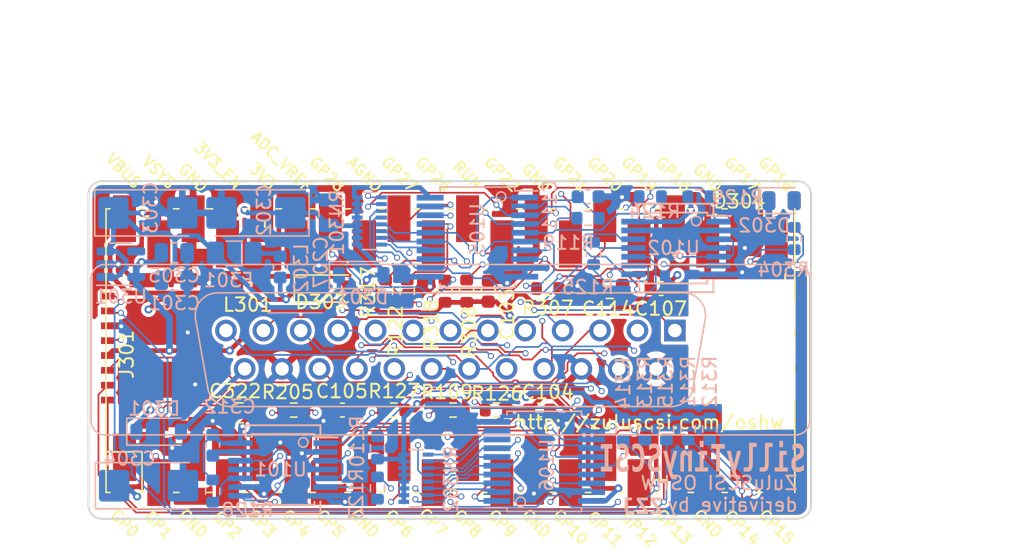
<source format=kicad_pcb>
(kicad_pcb (version 20221018) (generator pcbnew)
  (title_block (title "ZuluSCSI™ Pico OSHW") (date "2023-09-19") (rev "2023d"))
  (layers (0 "F.Cu" signal "Top") (1 "In1.Cu" signal) (2 "In2.Cu" signal) (31 "B.Cu" signal "Bottom") (35 "F.Paste" user) (36 "B.SilkS" user "B.Silkscreen") (37 "F.SilkS" user "F.Silkscreen") (38 "B.Mask" user) (39 "F.Mask" user) (44 "Edge.Cuts" user))
  (property "Brand" "ZuluSCSI™")
  (property "Copyright" "©2023 Rabbit Hole Computing LLC")
  (property "License" "Licensed under CERN Open Hardware License Strongly Reciprocal Version 2")
  (property "LicenseURL" "https://spdx.org/licenses/CERN-OHL-S-2.0.html")
  (property "Model" "Pico OSHW")
  (property "Url" "http://zuluscsi.com/oshw")
  (net 0 "")
  (net 1 "GND")
  (net 2 "~{SCSI_DB0}")
  (net 3 "~{SCSI_DB1}")
  (net 4 "~{SCSI_DB2}")
  (net 5 "~{SCSI_DB3}")
  (net 6 "~{SCSI_DB4}")
  (net 7 "~{SCSI_DB5}")
  (net 8 "~{SCSI_DB6}")
  (net 9 "~{SCSI_DB7}")
  (net 10 "~{SCSI_DBP}")
  (net 12 "TERMPWR_5V")
  (net 13 "~{SCSI_ATN}")
  (net 14 "~{SCSI_BSY}")
  (net 15 "~{SCSI_ACK}")
  (net 16 "~{SCSI_RST}")
  (net 17 "~{SCSI_MSG}")
  (net 18 "~{SCSI_SEL}")
  (net 19 "~{SCSI_REQ}")
  (net 20 "+5V")
  (net 21 "~{OUT_BSY}")
  (net 22 "~{OUT_RST}")
  (net 23 "~{OUT_SEL}")
  (net 24 "+3V0")
  (net 25 "USB_VCC")
  (net 26 "Net-(D302-A)")
  (net 27 "~{RC_ACK}")
  (net 28 "Net-(F301-Pad1)")
  (net 29 "~{SCSI_IO}")
  (net 30 "~{SCSI_CD}")
  (net 31 "/power/5V_IN")
  (net 32 "/cpu/SDIO_D1")
  (net 33 "/cpu/SDIO_D0")
  (net 34 "/cpu/SDIO_CLK")
  (net 35 "/cpu/SDIO_CMD")
  (net 36 "/cpu/SDIO_D3")
  (net 37 "/cpu/SDIO_D2")
  (net 38 "Net-(U105-B1)")
  (net 39 "/cpu/GPIO_RST")
  (net 40 "~{GPIO_IO}")
  (net 41 "~{GPIO_ACK}")
  (net 42 "/cpu/LED_SWO")
  (net 43 "Net-(R124-Pad2)")
  (net 44 "~{GPIO_DBP}")
  (net 45 "Net-(R125-Pad1)")
  (net 46 "~{DBGLOG}")
  (net 48 "~{IN_RST}")
  (net 49 "~{GPIO_DB0}")
  (net 50 "~{GPIO_DB1}")
  (net 51 "~{GPIO_DB2}")
  (net 52 "~{GPIO_DB3}")
  (net 53 "~{GPIO_DB4}")
  (net 54 "~{GPIO_DB5}")
  (net 55 "~{GPIO_DB6}")
  (net 56 "~{GPIO_DB7}")
  (net 60 "~{GPIO_MSG_BSY}")
  (net 61 "~{GPIO_CD_SEL}")
  (net 63 "~{GPIO_ATN}")
  (net 64 "~{DATA_DIR}")
  (net 65 "Net-(R123-Pad2)")
  (net 66 "/cpu/VBUS")
  (footprint "Capacitor_SMD:C_0603_1608Metric" (layer "F.Cu") (at 141.4 67.2)
    (fp_text reference "C104")
    (fp_text value "100nF")
  )
  (footprint "Resistor_SMD:R_0603_1608Metric" (layer "F.Cu") (at 135 67.2)
    (fp_text reference "R109")
    (fp_text value "110")
  )
  (footprint "Capacitor_SMD:C_0603_1608Metric" (layer "F.Cu") (at 126.8 67.2)
    (fp_text reference "C105")
    (fp_text value "100nF")
  )
  (footprint "Capacitor_SMD:C_0805_2012Metric" (layer "F.Cu") (at 146.6 58.2 180)
    (fp_text reference "C114")
    (fp_text value "10uF")
  )
  (footprint "Capacitor_SMD:C_0805_2012Metric" (layer "F.Cu") (at 119.2 67.4)
    (fp_text reference "C322")
    (fp_text value "10uF")
  )
  (footprint "Inductor_SMD:L_0603_1608Metric" (layer "F.Cu") (at 119.8 58)
    (fp_text reference "L301")
    (fp_text value "Ferrite_Bead_Small")
  )
  (footprint "Capacitor_SMD:C_0603_1608Metric" (layer "F.Cu") (at 137.6 58.4 90)
    (fp_text reference "C103")
    (fp_text value "100nF")
  )
  (footprint "Capacitor_SMD:C_0603_1608Metric" (layer "F.Cu") (at 150.4 58.2)
    (fp_text reference "C107")
    (fp_text value "100nF")
  )
  (footprint "Resistor_SMD:R_0603_1608Metric" (layer "F.Cu") (at 131.6 58.4 -90)
    (fp_text reference "R122")
    (fp_text value "1k")
  )
  (footprint "Resistor_SMD:R_0603_1608Metric" (layer "F.Cu") (at 138.2 67.2 180)
    (fp_text reference "R126")
    (fp_text value "4k7")
  )
  (footprint "Resistor_SMD:R_0603_1608Metric" (layer "F.Cu") (at 130.6 67.2 180)
    (fp_text reference "R127")
    (fp_text value "4k7")
  )
  (footprint "Resistor_SMD:R_0603_1608Metric" (layer "F.Cu") (at 123.2 67.2)
    (fp_text reference "R205")
    (fp_text value "4k7")
  )
  (footprint "Resistor_SMD:R_0603_1608Metric" (layer "F.Cu") (at 130 58.4 -90)
    (fp_text reference "R317")
    (fp_text value "1k")
  )
  (footprint "Resistor_SMD:R_0603_1608Metric" (layer "F.Cu") (at 136 58.4 90)
    (fp_text reference "R308")
    (fp_text value "4k7")
  )
  (footprint "Resistor_SMD:R_0603_1608Metric" (layer "F.Cu") (at 142 58.2 180)
    (fp_text reference "R307")
    (fp_text value "4k7")
  )
  (footprint "LED_SMD:LED_0805_2012Metric" (layer "F.Cu") (at 159.3125 51.7)
    (fp_text reference "D304")
    (fp_text value "LED")
  )
  (footprint "Diode_SMD:D_SOD-123" (layer "F.Cu") (at 125.6 58.2)
    (fp_text reference "D303")
    (fp_text value "D_Schottky" hide)
  )
  (footprint "MicroSD:microsd_molex_1051620001" (layer "F.Cu") (at 113 62.8 -90)
    (fp_text reference "J301")
    (fp_text value "Micro_SD_Card_Det1" hide)
  )
  (footprint "Resistor_SMD:R_0603_1608Metric" (layer "F.Cu") (at 134.4 58.4 90)
    (fp_text reference "R318")
    (fp_text value "4k7")
  )
  (footprint "MCU_RaspberryPi_and_Boards:RPi_Pico_W_SMD headers" (layer "F.Cu") (at 134.8 62.8 90)
    (fp_text reference "U1" hide)
    (fp_text value "Pico W" hide)
  )
  (footprint "Resistor_SMD:R_0603_1608Metric" (layer "B.Cu") (at 160.25 54.5 -90)
    (fp_text reference "R304")
    (fp_text value "51")
  )
  (footprint "Resistor_SMD:R_0603_1608Metric" (layer "B.Cu") (at 129.4 70 -90)
    (fp_text reference "R110")
    (fp_text value "110")
  )
  (footprint "Capacitor_SMD:C_0603_1608Metric" (layer "B.Cu") (at 117.2 69.8 90)
    (fp_text reference "C312")
    (fp_text value "100nF")
  )
  (footprint "Resistor_SMD:R_0603_1608Metric" (layer "B.Cu") (at 145 53)
    (fp_text reference "R119")
    (fp_text value "110")
  )
  (footprint "LED_SMD:LED_0805_2012Metric" (layer "B.Cu") (at 159.3125 51.7)
    (fp_text reference "D302")
    (fp_text value "LED")
  )
  (footprint "Capacitor_SMD:C_0805_2012Metric" (layer "B.Cu") (at 125.8 52.6 90)
    (fp_text reference "C207")
    (fp_text value "10uF")
  )
  (footprint "Capacitor_SMD:C_0603_1608Metric" (layer "B.Cu") (at 145 51.4)
    (fp_text reference "C111")
    (fp_text value "12pF")
  )
  (footprint "Diode_SMD:D_SOD-123" (layer "B.Cu") (at 128.2 57.2)
    (fp_text reference "D201")
    (fp_text value "D_Schottky")
  )
  (footprint "Resistor_SMD:R_0603_1608Metric" (layer "B.Cu") (at 152.4 68.6 90)
    (fp_text reference "R311")
    (fp_text value "4k7")
  )
  (footprint "Resistor_SMD:R_0603_1608Metric" (layer "B.Cu") (at 154 68.6 90)
    (fp_text reference "R312")
    (fp_text value "4k7")
  )
  (footprint "Resistor_SMD:R_0603_1608Metric" (layer "B.Cu") (at 149.2 68.6 90)
    (fp_text reference "R313")
    (fp_text value "4k7")
  )
  (footprint "Resistor_SMD:R_0603_1608Metric" (layer "B.Cu") (at 150.8 68.6 90)
    (fp_text reference "R315")
    (fp_text value "4k7")
  )
  (footprint "Resistor_SMD:R_0603_1608Metric" (layer "B.Cu") (at 147.6 68.6 90)
    (fp_text reference "R314")
    (fp_text value "4k7")
  )
  (footprint "Resistor_SMD:R_0603_1608Metric" (layer "B.Cu") (at 129.4 72.975 -90)
    (fp_text reference "R123")
    (fp_text value "1k")
  )
  (footprint "Resistor_SMD:R_0603_1608Metric" (layer "B.Cu") (at 149.6 51.4 180)
    (fp_text reference "R124")
    (fp_text value "1k")
  )
  (footprint "Resistor_SMD:R_0603_1608Metric" (layer "B.Cu") (at 145.4 55.6 -90)
    (fp_text reference "R125")
    (fp_text value "1k")
  )
  (footprint "Resistor_SMD:R_0603_1608Metric" (layer "B.Cu") (at 117.2 73.2 -90)
    (fp_text reference "R128")
    (fp_text value "4k7")
  )
  (footprint "Resistor_SMD:R_0603_1608Metric" (layer "B.Cu") (at 153.2 51.4)
    (fp_text reference "R129")
    (fp_text value "4k7")
  )
  (footprint "ZuluSCSI:SSOP_TSSOP-14_4.4x5mm_Pitch0.65mm_PCBWay-MaskClearance0.22mm" (layer "B.Cu") (at 122.4 71.6 180)
    (fp_text reference "U101")
    (fp_text value "74LVT125")
  )
  (footprint "ZuluSCSI:SSOP_TSSOP-20_5.3x7.2mm_P0.65mm" (layer "B.Cu") (at 136.8 54.4 180)
    (fp_text reference "U105")
    (fp_text value "74LVT245")
  )
  (footprint "ZuluSCSI:SSOP_TSSOP-20_5.3x7.2mm_P0.65mm" (layer "B.Cu") (at 141.75 71)
    (fp_text reference "U106")
    (fp_text value "74LVT245")
  )
  (footprint "Inductor_SMD:L_0603_1608Metric" (layer "B.Cu") (at 122.2 56.6 -90)
    (fp_text reference "L302")
    (fp_text value "Ferrite_Bead_Small")
  )
  (footprint "ZuluSCSI:DSUB-25_Male_Vertical_Small Courtyard" (layer "B.Cu") (at 151.42 61.309669 180)
    (fp_text reference "J302" hide)
    (fp_text value "DB25_Plug")
  )
  (footprint "Capacitor_SMD:C_0805_2012Metric" (layer "B.Cu") (at 114.35 55.55)
    (fp_text reference "C305")
    (fp_text value "10uF")
  )
  (footprint "Diode_SMD:D_SOD-123" (layer "B.Cu") (at 113.2 68.8)
    (fp_text reference "D301")
    (fp_text value "D_Schottky")
  )
  (footprint "Capacitor_Tantalum_SMD:CP_EIA-6032-15_Kemet-U_Pad2.25x2.35mm_HandSolder" (layer "B.Cu") (at 112.4 52.6)
    (fp_text reference "C303")
    (fp_text value "220uF")
  )
  (footprint "Capacitor_SMD:C_0805_2012Metric" (layer "B.Cu") (at 114.35 57.6)
    (fp_text reference "C301")
    (fp_text value "10uF")
  )
  (footprint "Package_TO_SOT_SMD:SOT-23-5" (layer "B.Cu") (at 110.4 56.4)
    (fp_text reference "U301")
    (fp_text value "TLV75728PDBVR")
  )
  (footprint "Resistor_SMD:R_Array_Convex_8x0602" (layer "B.Cu") (at 128.8 53.2)
    (fp_text reference "RN301")
    (fp_text value "120")
  )
  (footprint "Capacitor_Tantalum_SMD:CP_EIA-6032-15_Kemet-U_Pad2.25x2.35mm_HandSolder" (layer "B.Cu") (at 112.45 72.8)
    (fp_text reference "C304")
    (fp_text value "220uF")
  )
  (footprint "Capacitor_Tantalum_SMD:CP_EIA-6032-15_Kemet-U_Pad2.25x2.35mm_HandSolder" (layer "B.Cu") (at 120.4 52.6 180)
    (fp_text reference "C302")
    (fp_text value "220uF")
  )
  (footprint "Resistor_SMD:R_Array_Convex_8x0602" (layer "B.Cu") (at 132.25 72.25 180)
    (fp_text reference "RN302")
    (fp_text value "120")
  )
  (footprint "ZuluSCSI:SSOP_TSSOP-14_4.4x5mm_Pitch0.65mm_PCBWay-MaskClearance0.22mm" (layer "B.Cu") (at 151.5 55.2 180)
    (fp_text reference "U102")
    (fp_text value "74LVT125")
  )
  (footprint "Fuse:Fuse_1206_3216Metric" (layer "B.Cu") (at 118.8 55.6 180)
    (fp_text reference "F301")
    (fp_text value "500mA Hold")
  )
  (gr_line (start 150.705 72.375) (end 149.925 72.375) (stroke (width 0.15)) (layer "F.SilkS"))
  (gr_line (start 121.065 53.245) (end 121.065 53.645) (stroke (width 0.15)) (layer "F.SilkS"))
  (gr_line (start 159.588629 57.475) (end 159.588629 57.115) (stroke (width 0.15)) (layer "F.SilkS"))
  (gr_arc (start 160.499999 50.25) (mid 161.207106 50.542893) (end 161.499999 51.25) (stroke (width 0.15)) (layer "Edge.Cuts"))
  (gr_line (start 108 51.25) (end 108.000001 74.250001) (stroke (width 0.15)) (layer "Edge.Cuts"))
  (gr_arc (start 108 51.25) (mid 108.292893 50.542893) (end 109 50.25) (stroke (width 0.15)) (layer "Edge.Cuts"))
  (gr_line (start 161.499999 74.249999) (end 161.5 51.25) (stroke (width 0.15)) (layer "Edge.Cuts"))
  (gr_arc (start 109.000001 75.250001) (mid 108.292894 74.957108) (end 108.000001 74.250001) (stroke (width 0.15)) (layer "Edge.Cuts"))
  (gr_line (start 109 50.249999) (end 160.499999 50.25) (stroke (width 0.15)) (layer "Edge.Cuts"))
  (gr_line (start 160.5 75.25) (end 109.000001 75.250001) (stroke (width 0.15)) (layer "Edge.Cuts"))
  (gr_arc (start 161.499999 74.249999) (mid 161.207106 74.957106) (end 160.499999 75.249999) (stroke (width 0.15)) (layer "Edge.Cuts"))
  (gr_text "ZZJ	" (at 150.55 74.4) (layer "B.SilkS") (effects (font (size 1.2 1.2) (thickness 0.3) bold) (justify left mirror)))
  (gr_text "SillyTinySCSI\n\n" (at 161.1 72.6) (layer "B.SilkS") (effects (font (size 2 1.4) (thickness 0.3) bold) (justify left mirror)))
  (gr_text "ZuluSCSI OSHW\nderivative by" (at 160.6 74.8) (layer "B.SilkS") (effects (font (size 1 1) (thickness 0.153)) (justify left bottom mirror)))
  (gr_text "${Url}" (at 149.55 68.1) (layer "F.SilkS") (effects (font (size 1 1) (thickness 0.153))))
  (segment (start 138.825 57.625) (end 139 57.8) (width 0.35) (layer "F.Cu") (net 1))
  (segment (start 141.4 72.961816) (end 140.980908 73.380908) (width 0.35) (layer "F.Cu") (net 1))
  (segment (start 137.6 57.625) (end 138.825 57.625) (width 0.35) (layer "F.Cu") (net 1))
  (segment (start 113.64 51.8) (end 115.75 53.91) (width 0.35) (layer "F.Cu") (net 1))
  (segment (start 144.4 58.2) (end 144.2 58) (width 0.35) (layer "F.Cu") (net 1))
  (segment (start 117.8 67.4) (end 117.2 68) (width 0.35) (layer "F.Cu") (net 1))
  (segment (start 115.99 68.23) (end 113.39 68.23) (width 0.35) (layer "F.Cu") (net 1))
  (segment (start 156.6 55.4) (end 155.7 56.3) (width 0.35) (layer "F.Cu") (net 1))
  (segment (start 156.761827 55.625) (end 156.4 55.986827) (width 0.35) (layer "F.Cu") (net 1))
  (segment (start 115.42 57.585) (end 112.235 57.585) (width 0.35) (layer "F.Cu") (net 1))
  (segment (start 110.387 60.96) (end 110.427 61) (width 0.35) (layer "F.Cu") (net 1))
  (segment (start 142.825 58.2) (end 144 58.2) (width 0.35) (layer "F.Cu") (net 1))
  (segment (start 118.25 67.4) (end 117.8 67.4) (width 0.35) (layer "F.Cu") (net 1))
  (segment (start 113 51.8) (end 113.64 51.8) (width 0.35) (layer "F.Cu") (net 1))
  (segment (start 129.715 59.225) (end 129.1 58.61) (width 0.35) (layer "F.Cu") (net 1))
  (segment (start 145.65 58.2) (end 144.4 58.2) (width 0.35) (layer "F.Cu") (net 1))
  (segment (start 111.387 57.585) (end 110.202 56.4) (width 0.35) (layer "F.Cu") (net 1))
  (segment (start 155.2 55.8) (end 155.7 56.3) (width 0.35) (layer "F.Cu") (net 1))
  (segment (start 116.93 57.79) (end 115.625 57.79) (width 0.35) (layer "F.Cu") (net 1))
  (segment (start 126.775 68) (end 125.4 68) (width 0.35) (layer "F.Cu") (net 1))
  (segment (start 115.42 54.24) (end 115.42 57.585) (width 0.35) (layer "F.Cu") (net 1))
  (segment (start 127.75 56.5) (end 125.05 56.5) (width 0.35) (layer "F.Cu") (net 1))
  (segment (start 153.85 55.8) (end 155.2 55.8) (width 0.35) (layer "F.Cu") (net 1))
  (segment (start 155.7 56.3) (end 156.4 57) (width 0.35) (layer "F.Cu") (net 1))
  (segment (start 157.778 52.297) (end 157.778 55.022) (width 0.35) (layer "F.Cu") (net 1))
  (segment (start 114.2 70) (end 115.6 70) (width 0.35) (layer "F.Cu") (net 1))
  (segment (start 128.45 55.8) (end 127.75 56.5) (width 0.35) (layer "F.Cu") (net 1))
  (segment (start 157.175 55.625) (end 156.761827 55.625) (width 0.35) (layer "F.Cu") (net 1))
  (segment (start 144 58.2) (end 144.2 58) (width 0.35) (layer "F.Cu") (net 1))
  (segment (start 128.45 72.55) (end 127 74) (width 0.35) (layer "F.Cu") (net 1))
  (segment (start 127.575 67.2) (end 126.775 68) (width 0.35) (layer "F.Cu") (net 1))
  (segment (start 118.25 67.4) (end 116.82 67.4) (width 0.35) (layer "F.Cu") (net 1))
  (segment (start 156.4 55.986827) (end 156.4 57) (width 0.35) (layer "F.Cu") (net 1))
  (segment (start 116.82 67.4) (end 115.99 68.23) (width 0.35) (layer "F.Cu") (net 1))
  (segment (start 158.375 51.7) (end 157.778 52.297) (width 0.35) (layer "F.Cu") (net 1))
  (segment (start 109.43 60.96) (end 110.387 60.96) (width 0.35) (layer "F.Cu") (net 1))
  (segment (start 156.6 55.2) (end 156.6 55.4) (width 0.35) (layer "F.Cu") (net 1))
  (segment (start 157.778 55.022) (end 157.175 55.625) (width 0.35) (layer "F.Cu") (net 1))
  (segment (start 142.4 67.2) (end 143.4 68.2) (width 0.35) (layer "F.Cu") (net 1))
  (segment (start 141.4 70.05) (end 141.4 72.961816) (width 0.35) (layer "F.Cu") (net 1))
  (via (at 117.2 68) (size 0.6) (drill 0.3) (layers "F.Cu" "B.Cu") (net 1))
  (via (at 110.202 56.4) (size 0.6) (drill 0.3) (layers "F.Cu" "B.Cu") (net 1))
  (via (at 129.1 58.61) (size 0.6) (drill 0.3) (layers "F.Cu" "B.Cu") (net 1))
  (via (at 139.160719 66.138671) (size 0.6) (drill 0.3) (layers "F.Cu" "B.Cu") (net 1))
  (via (at 125.4 68) (size 0.6) (drill 0.3) (layers "F.Cu" "B.Cu") (net 1))
  (via (at 143.4 68.2) (size 0.6) (drill 0.3) (layers "F.Cu" "B.Cu") (net 1))
  (via (at 110.427 61) (size 0.6) (drill 0.3) (layers "F.Cu" "B.Cu") (net 1))
  (via (at 123.8 70.4) (size 0.6) (drill 0.3) (layers "F.Cu" "B.Cu") (net 1))
  (via (at 124.25 50.94) (size 0.6) (drill 0.3) (layers "F.Cu" "B.Cu") (net 1))
  (via (at 127 74) (size 0.6) (drill 0.3) (layers "F.Cu" "B.Cu") (net 1))
  (via (at 139 57.8) (size 0.6) (drill 0.3) (layers "F.Cu" "B.Cu") (net 1))
  (via (at 156.4 57) (size 0.6) (drill 0.3) (layers "F.Cu" "B.Cu") (net 1))
  (via (at 147.5065 51.434871) (size 0.6) (drill 0.3) (layers "F.Cu" "B.Cu") (net 1))
  (via (at 115.9 65.3) (size 0.45) (drill 0.3) (layers "F.Cu" "B.Cu") (net 1))
  (via (at 113 51.8) (size 0.6) (drill 0.3) (layers "F.Cu" "B.Cu") (net 1))
  (via (at 140.980908 73.380908) (size 0.6) (drill 0.3) (layers "F.Cu" "B.Cu") (net 1))
  (via (at 122.2 69.6) (size 0.6) (drill 0.3) (layers "F.Cu" "B.Cu") (net 1))
  (via (at 114.2 70) (size 0.6) (drill 0.3) (layers "F.Cu" "B.Cu") (net 1))
  (via (at 144.2 58) (size 0.6) (drill 0.3) (layers "F.Cu" "B.Cu") (net 1))
  (via (at 121 73.4) (size 0.6) (drill 0.3) (layers "F.Cu" "B.Cu") (net 1))
  (via (at 116.93 57.79) (size 0.6) (drill 0.3) (layers "F.Cu" "B.Cu") (net 1))
  (via (at 156.6 55.2) (size 0.6) (drill 0.3) (layers "F.Cu" "B.Cu") (net 1))
  (via (at 133.29 58.06) (size 0.45) (drill 0.3) (layers "F.Cu" "B.Cu") (net 1))
  (via (at 125.05 56.5) (size 0.6) (drill 0.3) (layers "F.Cu" "B.Cu") (net 1))
  (via (at 115.35 61.45) (size 0.45) (drill 0.3) (layers "F.Cu" "B.Cu") (net 1))
  (segment (start 123.9 70.3) (end 123.8 70.4) (width 0.35) (layer "B.Cu") (net 1))
  (segment (start 154.65 55.2) (end 153.75 55.2) (width 0.35) (layer "B.Cu") (net 1))
  (segment (start 113.8 52.6) (end 113 51.8) (width 0.35) (layer "B.Cu") (net 1))
  (segment (start 153 54.45) (end 153 53.9) (width 0.35) (layer "B.Cu") (net 1))
  (segment (start 133.3 57.325) (end 133.3 58.05) (width 0.35) (layer "B.Cu") (net 1))
  (segment (start 114.95 52.6) (end 117.85 52.6) (width 0.35) (layer "B.Cu") (net 1))
  (segment (start 145.146 73.171) (end 141.190816 73.171) (width 0.35) (layer "B.Cu") (net 1))
  (segment (start 115 72.8) (end 115 70.8) (width 0.35) (layer "B.Cu") (net 1))
  (segment (start 124.6 50.849499) (end 124.340501 50.849499) (width 0.35) (layer "B.Cu") (net 1))
  (segment (start 117.475 70.3) (end 117.2 70.575) (width 0.35) (layer "B.Cu") (net 1))
  (segment (start 153.75 55.2) (end 153 54.45) (width 0.35) (layer "B.Cu") (net 1))
  (segment (start 119.25 70.3) (end 117.475 70.3) (width 0.35) (layer "B.Cu") (net 1))
  (segment (start 125.55 71.6) (end 124.65 71.6) (width 0.35) (layer "B.Cu") (net 1))
  (segment (start 124.65 71.6) (end 123.8 70.75) (width 0.35) (layer "B.Cu") (net 1))
  (segment (start 156.25 57.15) (end 154.65 57.15) (width 0.35) (layer "B.Cu") (net 1))
  (segment (start 115 70.8) (end 114.2 70) (width 0.35) (layer "B.Cu") (net 1))
  (segment (start 155.55 53.9) (end 156.6 54.95) (width 0.35) (layer "B.Cu") (net 1))
  (segment (start 138.7 67.625) (end 142.825 67.625) (width 0.35) (layer "B.Cu") (net 1))
  (segment (start 147.471629 51.4) (end 147.5065 51.434871) (width 0.35) (layer "B.Cu") (net 1))
  (segment (start 119.25 70.3) (end 121.327617 70.3) (width 0.35) (layer "B.Cu") (net 1))
  (segment (start 154.65 53.9) (end 156.175 53.9) (width 0.35) (layer "B.Cu") (net 1))
  (segment (start 115.35 55.75) (end 115.35 57.4) (width 0.35) (layer "B.Cu") (net 1))
  (segment (start 123.8 70.75) (end 123.8 70.4) (width 0.35) (layer "B.Cu") (net 1))
  (segment (start 156.4 57) (end 156.25 57.15) (width 0.35) (layer "B.Cu") (net 1))
  (segment (start 115.35 57.4) (end 116.54 57.4) (width 0.35) (layer "B.Cu") (net 1))
  (segment (start 140.3 57.325) (end 140.3 56.675) (width 0.35) (layer "B.Cu") (net 1))
  (segment (start 114.95 52.6) (end 113.8 52.6) (width 0.35) (layer "B.Cu") (net 1))
  (segment (start 116.54 57.4) (end 116.93 57.79) (width 0.35) (layer "B.Cu") (net 1))
  (segment (start 156.175 53.9) (end 158.375 51.7) (width 0.35) (layer "B.Cu") (net 1))
  (segment (start 109.2625 56.4) (end 110.202 56.4) (width 0.35) (layer "B.Cu") (net 1))
  (segment (start 126 74) (end 125.55 73.55) (width 0.35) (layer "B.Cu") (net 1))
  (segment (start 122.027617 69.6) (end 122.2 69.6) (width 0.35) (layer "B.Cu") (net 1))
  (segment (start 125.400501 51.65) (end 124.6 50.849499) (width 0.35) (layer "B.Cu") (net 1))
  (segment (start 145.775 51.4) (end 147.471629 51.4) (width 0.35) (layer "B.Cu") (net 1))
  (segment (start 124.340501 50.849499) (end 124.25 50.94) (width 0.35) (layer "B.Cu") (net 1))
  (segment (start 141.190816 73.171) (end 140.980908 73.380908) (width 0.35) (layer "B.Cu") (net 1))
  (segment (start 125.55 70.3) (end 123.9 70.3) (width 0.35) (layer "B.Cu") (net 1))
  (segment (start 119.25 72.9) (end 120.5 72.9) (width 0.35) (layer "B.Cu") (net 1))
  (segment (start 121.327617 70.3) (end 122.027617 69.6) (width 0.35) (layer "B.Cu") (net 1))
  (segment (start 148.35 53.9) (end 153 53.9) (width 0.35) (layer "B.Cu") (net 1))
  (segment (start 127 74) (end 126 74) (width 0.35) (layer "B.Cu") (net 1))
  (segment (start 154.65 53.9) (end 155.55 53.9) (width 0.35) (layer "B.Cu") (net 1))
  (segment (start 156.6 54.95) (end 156.6 55.2) (width 0.35) (layer "B.Cu") (net 1))
  (segment (start 139 57.8) (end 139.475 57.325) (width 0.35) (layer "B.Cu") (net 1))
  (segment (start 142.825 67.625) (end 143.4 68.2) (width 0.35) (layer "B.Cu") (net 1))
  (segment (start 145.25 73.275) (end 145.146 73.171) (width 0.35) (layer "B.Cu") (net 1))
  (segment (start 153 53.9) (end 154.65 53.9) (width 0.35) (layer "B.Cu") (net 1))
  (segment (start 120.5 72.9) (end 121 73.4) (width 0.35) (layer "B.Cu") (net 1))
  (segment (start 133.3 58.05) (end 133.29 58.06) (width 0.35) (layer "B.Cu") (net 1))
  (segment (start 138.25 68.075) (end 138.7 67.625) (width 0.35) (layer "B.Cu") (net 1))
  (via (at 132.2 73.8) (size 0.45) (drill 0.3) (layers "F.Cu" "B.Cu") (net 2))
  (segment (start 138.035 73.06) (end 135.084512 73.06) (width 0.127) (layer "B.Cu") (net 2))
  (segment (start 132.4 74) (end 132.2 73.8) (width 0.127) (layer "B.Cu") (net 2))
  (segment (start 134.144512 74) (end 133.15 74) (width 0.127) (layer "B.Cu") (net 2))
  (segment (start 133.15 74) (end 132.4 74) (width 0.127) (layer "B.Cu") (net 2))
  (segment (start 138.25 73.275) (end 138.035 73.06) (width 0.127) (layer "B.Cu") (net 2))
  (segment (start 135.084512 73.06) (end 134.144512 74) (width 0.127) (layer "B.Cu") (net 2))
  (via (at 132.2 73) (size 0.45) (drill 0.3) (layers "F.Cu" "B.Cu") (net 3))
  (segment (start 134.285302 73.5) (end 135.160302 72.625) (width 0.127) (layer "B.Cu") (net 3))
  (segment (start 135.160302 72.625) (end 138.25 72.625) (width 0.127) (layer "B.Cu") (net 3))
  (segment (start 132.7 73.5) (end 132.2 73) (width 0.127) (layer "B.Cu") (net 3))
  (segment (start 133.15 73.5) (end 132.7 73.5) (width 0.127) (layer "B.Cu") (net 3))
  (segment (start 133.15 73.5) (end 134.285302 73.5) (width 0.127) (layer "B.Cu") (net 3))
  (segment (start 135.610343 62.554169) (end 136.268012 61.8965) (width 0.127) (layer "F.Cu") (net 4))
  (segment (start 138.840512 62.896) (end 140.266 62.896) (width 0.127) (layer "F.Cu") (net 4))
  (segment (start 127.875 63.349669) (end 128.378169 62.8465) (width 0.127) (layer "F.Cu") (net 4))
  (segment (start 130.81729 61.9565) (end 131.414959 62.554169) (width 0.127) (layer "F.Cu") (net 4))
  (segment (start 128.378169 62.8465) (end 129.60271 62.8465) (width 0.127) (layer "F.Cu") (net 4))
  (segment (start 130.1565 62.29271) (end 130.1565 62.228012) (width 0.127) (layer "F.Cu") (net 4))
  (segment (start 127.875 64.149669) (end 127.875 63.349669) (width 0.127) (layer "F.Cu") (net 4))
  (segment (start 136.268012 61.8965) (end 136.6765 61.8965) (width 0.127) (layer "F.Cu") (net 4))
  (segment (start 130.1565 62.228012) (end 130.428012 61.9565) (width 0.127) (layer "F.Cu") (net 4))
  (segment (start 138.244681 62.300169) (end 138.840512 62.896) (width 0.127) (layer "F.Cu") (net 4))
  (segment (start 136.6765 61.8965) (end 137.080169 62.300169) (width 0.127) (layer "F.Cu") (net 4))
  (segment (start 130.428012 61.9565) (end 130.81729 61.9565) (width 0.127) (layer "F.Cu") (net 4))
  (segment (start 140.266 62.896) (end 140.36 62.99) (width 0.127) (layer "F.Cu") (net 4))
  (segment (start 137.080169 62.300169) (end 138.244681 62.300169) (width 0.127) (layer "F.Cu") (net 4))
  (segment (start 129.60271 62.8465) (end 130.1565 62.29271) (width 0.127) (layer "F.Cu") (net 4))
  (segment (start 131.414959 62.554169) (end 135.610343 62.554169) (width 0.127) (layer "F.Cu") (net 4))
  (via (at 140.36 62.99) (size 0.45) (drill 0.3) (layers "F.Cu" "B.Cu") (net 4))
  (via (at 140 73) (size 0.45) (drill 0.3) (layers "F.Cu" "B.Cu") (net 4))
  (segment (start 139.25 71.975) (end 140 72.725) (width 0.127) (layer "B.Cu") (net 4))
  (segment (start 135.01563 72.262) (end 134.27763 73) (width 0.127) (layer "B.Cu") (net 4))
  (segment (start 138.25 71.975) (end 139.25 71.975) (width 0.127) (layer "B.Cu") (net 4))
  (segment (start 134.27763 73) (end 133.15 73) (width 0.127) (layer "B.Cu") (net 4))
  (segment (start 140 72.725) (end 140 73) (width 0.127) (layer "B.Cu") (net 4))
  (segment (start 136.01563 72.262) (end 135.01563 72.262) (width 0.127) (layer "B.Cu") (net 4))
  (segment (start 136.30263 71.975) (end 136.01563 72.262) (width 0.127) (layer "B.Cu") (net 4))
  (segment (start 138.25 71.975) (end 136.30263 71.975) (width 0.127) (layer "B.Cu") (net 4))
  (via (at 139 62.4) (size 0.45) (drill 0.3) (layers "F.Cu" "B.Cu") (net 5))
  (via (at 139.8 70.4) (size 0.45) (drill 0.3) (layers "F.Cu" "B.Cu") (net 5))
  (segment (start 126.49 61.309669) (end 127.765157 61.309669) (width 0.127) (layer "B.Cu") (net 5))
  (segment (start 128.791988 62.3365) (end 129.988012 62.3365) (width 0.127) (layer "B.Cu") (net 5))
  (segment (start 129.988012 62.3365) (end 130.514512 61.81) (width 0.127) (layer "B.Cu") (net 5))
  (segment (start 133.15 72.5) (end 134.41842 72.5) (width 0.127) (layer "B.Cu") (net 5))
  (segment (start 130.514512 61.81) (end 130.954698 61.81) (width 0.127) (layer "B.Cu") (net 5))
  (segment (start 137.155488 62.4) (end 139 62.4) (width 0.127) (layer "B.Cu") (net 5))
  (segment (start 135.8565 62.308012) (end 136.268012 61.8965) (width 0.127) (layer "B.Cu") (net 5))
  (segment (start 134.41842 72.5) (end 134.91042 72.008) (width 0.127) (layer "B.Cu") (net 5))
  (segment (start 134.91042 72.008) (end 135.91042 72.008) (width 0.127) (layer "B.Cu") (net 5))
  (segment (start 139.25 71.325) (end 139.8 70.775) (width 0.127) (layer "B.Cu") (net 5))
  (segment (start 136.651988 61.8965) (end 137.155488 62.4) (width 0.127) (layer "B.Cu") (net 5))
  (segment (start 131.45271 62.308012) (end 135.8565 62.308012) (width 0.127) (layer "B.Cu") (net 5))
  (segment (start 136.268012 61.8965) (end 136.651988 61.8965) (width 0.127) (layer "B.Cu") (net 5))
  (segment (start 139.8 70.775) (end 139.8 70.4) (width 0.127) (layer "B.Cu") (net 5))
  (segment (start 136.59342 71.325) (end 138.25 71.325) (width 0.127) (layer "B.Cu") (net 5))
  (segment (start 130.954698 61.81) (end 131.45271 62.308012) (width 0.127) (layer "B.Cu") (net 5))
  (segment (start 135.91042 72.008) (end 136.59342 71.325) (width 0.127) (layer "B.Cu") (net 5))
  (segment (start 127.765157 61.309669) (end 128.791988 62.3365) (width 0.127) (layer "B.Cu") (net 5))
  (segment (start 138.25 71.325) (end 139.25 71.325) (width 0.127) (layer "B.Cu") (net 5))
  (segment (start 131.259831 65.140169) (end 126.140169 65.140169) (width 0.127) (layer "F.Cu") (net 6))
  (segment (start 131.8 64.6) (end 131.259831 65.140169) (width 0.127) (layer "F.Cu") (net 6))
  (segment (start 126.140169 65.140169) (end 125.149669 64.149669) (width 0.127) (layer "F.Cu") (net 6))
  (via (at 132.4 69.8) (size 0.45) (drill 0.3) (layers "F.Cu" "B.Cu") (net 6))
  (via (at 131.8 64.6) (size 0.45) (drill 0.3) (layers "F.Cu" "B.Cu") (net 6))
  (segment (start 132.75 72) (end 132.4 71.65) (width 0.127) (layer "B.Cu") (net 6))
  (segment (start 138.25 70.675) (end 136.88421 70.675) (width 0.127) (layer "B.Cu") (net 6))
  (segment (start 134.55921 72) (end 133.15 72) (width 0.127) (layer "B.Cu") (net 6))
  (segment (start 132.4 71.65) (end 132.4 69.8) (width 0.127) (layer "B.Cu") (net 6))
  (segment (start 133.15 72) (end 132.75 72) (width 0.127) (layer "B.Cu") (net 6))
  (segment (start 136.88421 70.675) (end 135.80521 71.754) (width 0.127) (layer "B.Cu") (net 6))
  (segment (start 135.80521 71.754) (end 134.80521 71.754) (width 0.127) (layer "B.Cu") (net 6))
  (segment (start 134.80521 71.754) (end 134.55921 72) (width 0.127) (layer "B.Cu") (net 6))
  (via (at 139.8 69.4) (size 0.45) (drill 0.3) (layers "F.Cu" "B.Cu") (net 7))
  (via (at 137.8 63.2) (size 0.45) (drill 0.3) (layers "F.Cu" "B.Cu") (net 7))
  (segment (start 135.7 71.5) (end 137.175 70.025) (width 0.127) (layer "B.Cu") (net 7))
  (segment (start 139.175 70.025) (end 139.8 69.4) (width 0.127) (layer "B.Cu") (net 7))
  (segment (start 129.3072 62.7425) (end 128.712804 62.7425) (width 0.127) (layer "B.Cu") (net 7))
  (segment (start 125.273831 62.8635) (end 123.72 61.309669) (width 0.127) (layer "B.Cu") (net 7))
  (segment (start 137.505169 62.905169) (end 129.469869 62.905169) (width 0.127) (layer "B.Cu") (net 7))
  (segment (start 129.469869 62.905169) (end 129.3072 62.7425) (width 0.127) (layer "B.Cu") (net 7))
  (segment (start 137.8 63.2) (end 137.505169 62.905169) (width 0.127) (layer "B.Cu") (net 7))
  (segment (start 128.712804 62.7425) (end 128.591804 62.8635) (width 0.127) (layer "B.Cu") (net 7))
  (segment (start 137.175 70.025) (end 138.25 70.025) (width 0.127) (layer "B.Cu") (net 7))
  (segment (start 133.15 71.5) (end 135.7 71.5) (width 0.127) (layer "B.Cu") (net 7))
  (segment (start 128.591804 62.8635) (end 125.273831 62.8635) (width 0.127) (layer "B.Cu") (net 7))
  (segment (start 128.591988 60.4635) (end 128.008012 60.4635) (width 0.127) (layer "F.Cu") (net 8))
  (segment (start 133.1705 60.3705) (end 132.400431 60.3705) (width 0.127) (layer "F.Cu") (net 8))
  (segment (start 133.4 60.6) (end 133.1705 60.3705) (width 0.127) (layer "F.Cu") (net 8))
  (segment (start 132.349101 60.319169) (end 128.736319 60.319169) (width 0.127) (layer "F.Cu") (net 8))
  (segment (start 128.736319 60.319169) (end 128.591988 60.4635) (width 0.127) (layer "F.Cu") (net 8))
  (segment (start 121.9405 60.319169) (end 120.95 61.309669) (width 0.127) (layer "F.Cu") (net 8))
  (segment (start 132.400431 60.3705) (end 132.349101 60.319169) (width 0.127) (layer "F.Cu") (net 8))
  (segment (start 127.863681 60.319169) (end 121.9405 60.319169) (width 0.127) (layer "F.Cu") (net 8))
  (segment (start 128.008012 60.4635) (end 127.863681 60.319169) (width 0.127) (layer "F.Cu") (net 8))
  (via (at 134.8 71) (size 0.45) (drill 0.3) (layers "F.Cu" "B.Cu") (net 8))
  (via (at 133.4 60.6) (size 0.45) (drill 0.3) (layers "F.Cu" "B.Cu") (net 8))
  (segment (start 138.25 69.375) (end 137.124802 69.375) (width 0.127) (layer "B.Cu") (net 8))
  (segment (start 133.15 71) (end 134.8 71) (width 0.127) (layer "B.Cu") (net 8))
  (segment (start 137.124802 69.375) (end 135.499802 71) (width 0.127) (layer "B.Cu") (net 8))
  (segment (start 135.499802 71) (end 134.8 71) (width 0.127) (layer "B.Cu") (net 8))
  (via (at 135 63.650002) (size 0.45) (drill 0.3) (layers "F.Cu" "B.Cu") (net 9))
  (via (at 134.6 70.2) (size 0.45) (drill 0.3) (layers "F.Cu" "B.Cu") (net 9))
  (segment (start 133.15 70.5) (end 135.640592 70.5) (width 0.127) (layer "B.Cu") (net 9))
  (segment (start 118.18 61.309669) (end 119.988343 63.118012) (width 0.127) (layer "B.Cu") (net 9))
  (segment (start 134.3 70.5) (end 134.6 70.2) (width 0.127) (layer "B.Cu") (net 9))
  (segment (start 130.197003 63.204) (end 130.241834 63.159169) (width 0.127) (layer "B.Cu") (net 9))
  (segment (start 129.20199 62.9965) (end 129.40949 63.204) (width 0.127) (layer "B.Cu") (net 9))
  (segment (start 128.696502 63.118012) (end 128.818014 62.9965) (width 0.127) (layer "B.Cu") (net 9))
  (segment (start 134.509167 63.159169) (end 135 63.650002) (width 0.127) (layer "B.Cu") (net 9))
  (segment (start 119.988343 63.118012) (end 128.696502 63.118012) (width 0.127) (layer "B.Cu") (net 9))
  (segment (start 129.40949 63.204) (end 130.197003 63.204) (width 0.127) (layer "B.Cu") (net 9))
  (segment (start 130.241834 63.159169) (end 134.509167 63.159169) (width 0.127) (layer "B.Cu") (net 9))
  (segment (start 133.15 70.5) (end 134.3 70.5) (width 0.127) (layer "B.Cu") (net 9))
  (segment (start 135.640592 70.5) (end 137.415592 68.725) (width 0.127) (layer "B.Cu") (net 9))
  (segment (start 128.818014 62.9965) (end 129.20199 62.9965) (width 0.127) (layer "B.Cu") (net 9))
  (segment (start 139.710428 65.357543) (end 139.710425 65.357543) (width 0.127) (layer "F.Cu") (net 10))
  (segment (start 139.747051 65.394169) (end 139.710428 65.357543) (width 0.127) (layer "F.Cu") (net 10))
  (segment (start 139.710425 65.357543) (end 139.608382 65.2555) (width 0.127) (layer "F.Cu") (net 10))
  (segment (start 143.464 64.28521) (end 142.355041 65.394169) (width 0.127) (layer "F.Cu") (net 10))
  (segment (start 139.602045 65.2555) (end 139.463376 65.394169) (width 0.127) (layer "F.Cu") (net 10))
  (segment (start 135.9175 65.302802) (end 134.764367 64.149669) (width 0.127) (layer "F.Cu") (net 10))
  (segment (start 133.6 67.2) (end 133.2 67.6) (width 0.127) (layer "F.Cu") (net 10))
  (segment (start 144.18879 63) (end 143.464 63.72479) (width 0.127) (layer "F.Cu") (net 10))
  (segment (start 135.9175 65.3875) (end 135.9175 65.302802) (width 0.127) (layer "F.Cu") (net 10))
  (segment (start 134.175 67.2) (end 133.6 67.2) (width 0.127) (layer "F.Cu") (net 10))
  (segment (start 134.764367 64.149669) (end 133.415 64.149669) (width 0.127) (layer "F.Cu") (net 10))
  (segment (start 142.355041 65.394169) (end 139.747051 65.394169) (width 0.127) (layer "F.Cu") (net 10))
  (segment (start 139.463376 65.394169) (end 135.924169 65.394169) (width 0.127) (layer "F.Cu") (net 10))
  (segment (start 146.2 63) (end 144.18879 63) (width 0.127) (layer "F.Cu") (net 10))
  (segment (start 135.924169 65.394169) (end 135.9175 65.3875) (width 0.127) (layer "F.Cu") (net 10))
  (segment (start 143.464 63.72479) (end 143.464 64.28521) (width 0.127) (layer "F.Cu") (net 10))
  (segment (start 139.608382 65.2555) (end 139.602045 65.2555) (width 0.127) (layer "F.Cu") (net 10))
  (via (at 146.6 57.2) (size 0.45) (drill 0.3) (layers "F.Cu" "B.Cu") (net 10))
  (via (at 146.2 63) (size 0.45) (drill 0.3) (layers "F.Cu" "B.Cu") (net 10))
  (via (at 133.2 67.6) (size 0.45) (drill 0.3) (layers "F.Cu" "B.Cu") (net 10))
  (segment (start 146.6 57) (end 146.6 57.2) (width 0.127) (layer "B.Cu") (net 10))
  (segment (start 144.7345 54.2655) (end 144.7345 55.3345) (width 0.127) (layer "B.Cu") (net 10))
  (segment (start 148.35 54.55) (end 147.45 54.55) (width 0.127) (layer "B.Cu") (net 10))
  (segment (start 144.8155 54.1845) (end 144.7345 54.2655) (width 0.127) (layer "B.Cu") (net 10))
  (segment (start 144.7345 55.3345) (end 145.2345 55.8345) (width 0.127) (layer "B.Cu") (net 10))
  (segment (start 146.300092 55.8345) (end 147.032796 56.567204) (width 0.127) (layer "B.Cu") (net 10))
  (segment (start 147.45 54.55) (end 147.0845 54.1845) (width 0.127) (layer "B.Cu") (net 10))
  (segment (start 147.032796 56.567204) (end 147.615592 57.15) (width 0.127) (layer "B.Cu") (net 10))
  (segment (start 147.032796 56.567204) (end 146.6 57) (width 0.127) (layer "B.Cu") (net 10))
  (segment (start 147.0845 54.1845) (end 144.8155 54.1845) (width 0.127) (layer "B.Cu") (net 10))
  (segment (start 145.2345 55.8345) (end 146.300092 55.8345) (width 0.127) (layer "B.Cu") (net 10))
  (segment (start 119.565 64.149669) (end 114.914669 68.8) (width 0.35) (layer "B.Cu") (net 12))
  (segment (start 141.6 60.6) (end 141.6 61.834512) (width 0.127) (layer "F.Cu") (net 13))
  (segment (start 142.3135 62.548012) (end 142.3135 63.561169) (width 0.127) (layer "F.Cu") (net 13))
  (segment (start 141.6 61.834512) (end 142.3135 62.548012) (width 0.127) (layer "F.Cu") (net 13))
  (segment (start 142.3135 63.561169) (end 141.725 64.149669) (width 0.127) (layer "F.Cu") (net 13))
  (via (at 141.6 60.6) (size 0.45) (drill 0.3) (layers "F.Cu" "B.Cu") (net 13))
  (via (at 142 55.2) (size 0.45) (drill 0.3) (layers "F.Cu" "B.Cu") (net 13))
  (via (at 144.2 66.5) (size 0.45) (drill 0.3) (layers "F.Cu" "B.Cu") (net 13))
  (segment (start 140.3 55.375) (end 141.825 55.375) (width 0.127) (layer "B.Cu") (net 13))
  (segment (start 143.636498 67.063502) (end 144.2 66.5) (width 0.127) (layer "B.Cu") (net 13))
  (segment (start 135.610891 66.266381) (end 136.408012 67.063502) (width 0.127) (layer "B.Cu") (net 13))
  (segment (start 141.825 55.375) (end 142 55.2) (width 0.127) (layer "B.Cu") (net 13))
  (segment (start 129.4 69.175) (end 129.4 68.775) (width 0.127) (layer "B.Cu") (net 13))
  (segment (start 129.4 68.775) (end 131.908619 66.266381) (width 0.127) (layer "B.Cu") (net 13))
  (segment (start 131.908619 66.266381) (end 135.610891 66.266381) (width 0.127) (layer "B.Cu") (net 13))
  (segment (start 136.408012 67.063502) (end 143.636498 67.063502) (width 0.127) (layer "B.Cu") (net 13))
  (segment (start 136.300331 61.309669) (end 135.309831 62.300169) (width 0.127) (layer "F.Cu") (net 14))
  (segment (start 137.57 61.309669) (end 136.300331 61.309669) (width 0.127) (layer "F.Cu") (net 14))
  (segment (start 131.520169 62.300169) (end 130.9225 61.7025) (width 0.127) (layer "F.Cu") (net 14))
  (segment (start 130.9225 61.7025) (end 130.322802 61.7025) (width 0.127) (layer "F.Cu") (net 14))
  (segment (start 130.322802 61.7025) (end 129.625302 62.4) (width 0.127) (layer "F.Cu") (net 14))
  (segment (start 129.625302 62.4) (end 128.2 62.4) (width 0.127) (layer "F.Cu") (net 14))
  (segment (start 135.309831 62.300169) (end 131.520169 62.300169) (width 0.127) (layer "F.Cu") (net 14))
  (via (at 129.94 55.98) (size 0.45) (drill 0.3) (layers "F.Cu" "B.Cu") (net 14))
  (via (at 128.2 62.4) (size 0.45) (drill 0.3) (layers "F.Cu" "B.Cu") (net 14))
  (via (at 127.2 70.4) (size 0.45) (drill 0.3) (layers "F.Cu" "B.Cu") (net 14))
  (segment (start 128.8555 52.8945) (end 128.8555 55.284118) (width 0.127) (layer "B.Cu") (net 14))
  (segment (start 125.55 72.25) (end 126.45 72.25) (width 0.127) (layer "B.Cu") (net 14))
  (segment (start 128.8555 55.284118) (end 129.491382 55.92) (width 0.127) (layer "B.Cu") (net 14))
  (segment (start 129.491382 55.92) (end 129.88 55.92) (width 0.127) (layer "B.Cu") (net 14))
  (segment (start 125.55 70.95) (end 126.65 70.95) (width 0.127) (layer "B.Cu") (net 14))
  (segment (start 129.7 52.45) (end 129.3 52.45) (width 0.127) (layer "B.Cu") (net 14))
  (segment (start 126.55 70.95) (end 125.55 70.95) (width 0.127) (layer "B.Cu") (net 14))
  (segment (start 126.8155 71.8845) (end 126.8155 71.2155) (width 0.127) (layer "B.Cu") (net 14))
  (segment (start 129.3 52.45) (end 128.8555 52.8945) (width 0.127) (layer "B.Cu") (net 14))
  (segment (start 126.45 72.25) (end 126.8155 71.8845) (width 0.127) (layer "B.Cu") (net 14))
  (segment (start 126.65 70.95) (end 127.2 70.4) (width 0.127) (layer "B.Cu") (net 14))
  (segment (start 126.8155 71.2155) (end 126.55 70.95) (width 0.127) (layer "B.Cu") (net 14))
  (segment (start 129.88 55.92) (end 129.94 55.98) (width 0.127) (layer "B.Cu") (net 14))
  (segment (start 129.7305 51.1095) (end 128.7 52.14) (width 0.127) (layer "F.Cu") (net 15))
  (segment (start 138.2 52) (end 137.3095 51.1095) (width 0.127) (layer "F.Cu") (net 15))
  (segment (start 137.3095 51.1095) (end 129.7305 51.1095) (width 0.127) (layer "F.Cu") (net 15))
  (via (at 128.7 52.14) (size 0.45) (drill 0.3) (layers "F.Cu" "B.Cu") (net 15))
  (via (at 142.4 53.4) (size 0.45) (drill 0.3) (layers "F.Cu" "B.Cu") (net 15))
  (via (at 138.2 52) (size 0.45) (drill 0.3) (layers "F.Cu" "B.Cu") (net 15))
  (segment (start 142.4 53.4) (end 142.455488 53.4) (width 0.127) (layer "B.Cu") (net 15))
  (segment (start 142.455488 53.4) (end 142.855488 53) (width 0.127) (layer "B.Cu") (net 15))
  (segment (start 128.89 51.95) (end 128.7 52.14) (width 0.127) (layer "B.Cu") (net 15))
  (segment (start 144.175 53) (end 143.3115 52.1365) (width 0.127) (layer "B.Cu") (net 15))
  (segment (start 140.3 52.775) (end 138.975 52.775) (width 0.127) (layer "B.Cu") (net 15))
  (segment (start 129.7 51.95) (end 128.89 51.95) (width 0.127) (layer "B.Cu") (net 15))
  (segment (start 141.3 52.775) (end 140.3 52.775) (width 0.127) (layer "B.Cu") (net 15))
  (segment (start 138.975 52.775) (end 138.2 52) (width 0.127) (layer "B.Cu") (net 15))
  (segment (start 142.855488 53) (end 144.175 53) (width 0.127) (layer "B.Cu") (net 15))
  (segment (start 143.3115 52.1365) (end 141.9385 52.1365) (width 0.127) (layer "B.Cu") (net 15))
  (segment (start 141.9385 52.1365) (end 141.3 52.775) (width 0.127) (layer "B.Cu") (net 15))
  (segment (start 128 59.8) (end 128.2 60) (width 0.127) (layer "F.Cu") (net 16))
  (segment (start 126.8 59.8) (end 128 59.8) (width 0.127) (layer "F.Cu") (net 16))
  (via (at 122 72.8) (size 0.45) (drill 0.3) (layers "F.Cu" "B.Cu") (net 16))
  (via (at 128.2 60) (size 0.45) (drill 0.3) (layers "F.Cu" "B.Cu") (net 16))
  (via (at 126.8 59.8) (size 0.45) (drill 0.3) (layers "F.Cu" "B.Cu") (net 16))
  (via (at 128.7 51.34) (size 0.45) (drill 0.3) (layers "F.Cu" "B.Cu") (net 16))
  (segment (start 122 72.8) (end 122.6635 72.1365) (width 0.127) (layer "B.Cu") (net 16))
  (segment (start 122.391988 70.1365) (end 122.008012 70.1365) (width 0.127) (layer "B.Cu") (net 16))
  (segment (start 119.5905 73.8905) (end 121.203172 73.8905) (width 0.127) (layer "B.Cu") (net 16))
  (segment (start 119.25 73.55) (end 119.5905 73.8905) (width 0.127) (layer "B.Cu") (net 16))
  (segment (start 141.408012 60.1365) (end 141.936831 60.1365) (width 0.127) (layer "B.Cu") (net 16))
  (segment (start 134.944512 60) (end 135.687514 60.743002) (width 0.127) (layer "B.Cu") (net 16))
  (segment (start 128.2 60) (end 134.944512 60) (width 0.127) (layer "B.Cu") (net 16))
  (segment (start 138.928001 60.728001) (end 139.391999 60.728001) (width 0.127) (layer "B.Cu") (net 16))
  (segment (start 122.6635 70.408012) (end 122.391988 70.1365) (width 0.127) (layer "B.Cu") (net 16))
  (segment (start 139.391999 60.728001) (end 139.800831 60.319169) (width 0.127) (layer "B.Cu") (net 16))
  (segment (start 128.81 51.45) (end 128.7 51.34) (width 0.127) (layer "B.Cu") (net 16))
  (segment (start 138.519169 60.319169) (end 138.928001 60.728001) (width 0.127) (layer "B.Cu") (net 16))
  (segment (start 121.7365 70.456895) (end 121.243395 70.95) (width 0.127) (layer "B.Cu") (net 16))
  (segment (start 122 73.093672) (end 122 72.8) (width 0.127) (layer "B.Cu") (net 16))
  (segment (start 121.7365 70.408012) (end 121.7365 70.456895) (width 0.127) (layer "B.Cu") (net 16))
  (segment (start 121.203172 73.8905) (end 122 73.093672) (width 0.127) (layer "B.Cu") (net 16))
  (segment (start 135.687514 60.743002) (end 136.646998 60.743002) (width 0.127) (layer "B.Cu") (net 16))
  (segment (start 139.800831 60.319169) (end 141.225343 60.319169) (width 0.127) (layer "B.Cu") (net 16))
  (segment (start 122.008012 70.1365) (end 121.7365 70.408012) (width 0.127) (layer "B.Cu") (net 16))
  (segment (start 129.7 51.45) (end 128.81 51.45) (width 0.127) (layer "B.Cu") (net 16))
  (segment (start 141.225343 60.319169) (end 141.408012 60.1365) (width 0.127) (layer "B.Cu") (net 16))
  (segment (start 122.6635 72.1365) (end 122.6635 70.408012) (width 0.127) (layer "B.Cu") (net 16))
  (segment (start 141.936831 60.1365) (end 143.11 61.309669) (width 0.127) (layer "B.Cu") (net 16))
  (segment (start 121.243395 70.95) (end 119.25 70.95) (width 0.127) (layer "B.Cu") (net 16))
  (segment (start 137.070831 60.319169) (end 138.519169 60.319169) (width 0.127) (layer "B.Cu") (net 16))
  (segment (start 136.646998 60.743002) (end 137.070831 60.319169) (width 0.127) (layer "B.Cu") (net 16))
  (segment (start 148.62 57.92) (end 148.62 58.25) (width 0.127) (layer "F.Cu") (net 17))
  (segment (start 142.9055 57.2845) (end 145.860012 57.2845) (width 0.127) (layer "F.Cu") (net 17))
  (segment (start 147.4365 56.7365) (end 148.62 57.92) (width 0.127) (layer "F.Cu") (net 17))
  (segment (start 142.88 57.31) (end 142.9055 57.2845) (width 0.127) (layer "F.Cu") (net 17))
  (segment (start 146.408012 56.7365) (end 147.4365 56.7365) (width 0.127) (layer "F.Cu") (net 17))
  (segment (start 145.860012 57.2845) (end 146.408012 56.7365) (width 0.127) (layer "F.Cu") (net 17))
  (via (at 142.88 57.31) (size 0.45) (drill 0.3) (layers "F.Cu" "B.Cu") (net 17))
  (via (at 148.62 58.25) (size 0.45) (drill 0.3) (layers "F.Cu" "B.Cu") (net 17))
  (segment (start 132.219512 56.675) (end 133.3 56.675) (width 0.127) (layer "B.Cu") (net 17))
  (segment (start 131.2965 55.751988) (end 132.219512 56.675) (width 0.127) (layer "B.Cu") (net 17))
  (segment (start 134.98579 57.07) (end 136.204512 57.07) (width 0.127) (layer "B.Cu") (net 17))
  (segment (start 141.7265 58.4635) (end 142.88 57.31) (width 0.127) (layer "B.Cu") (net 17))
  (segment (start 133.3 56.675) (end 134.59079 56.675) (width 0.127) (layer "B.Cu") (net 17))
  (segment (start 131.041988 55.4565) (end 131.2965 55.711012) (width 0.127) (layer "B.Cu") (net 17))
  (segment (start 129.7 54.95) (end 130.295488 54.95) (width 0.127) (layer "B.Cu") (net 17))
  (segment (start 138.7035 58.4635) (end 141.7265 58.4635) (width 0.127) (layer "B.Cu") (net 17))
  (segment (start 130.295488 54.95) (end 130.801988 55.4565) (width 0.127) (layer "B.Cu") (net 17))
  (segment (start 134.59079 56.675) (end 134.98579 57.07) (width 0.127) (layer "B.Cu") (net 17))
  (segment (start 130.801988 55.4565) (end 131.041988 55.4565) (width 0.127) (layer "B.Cu") (net 17))
  (segment (start 136.574512 57.44) (end 137.68 57.44) (width 0.127) (layer "B.Cu") (net 17))
  (segment (start 137.68 57.44) (end 138.7035 58.4635) (width 0.127) (layer "B.Cu") (net 17))
  (segment (start 136.204512 57.07) (end 136.574512 57.44) (width 0.127) (layer "B.Cu") (net 17))
  (segment (start 131.2965 55.711012) (end 131.2965 55.751988) (width 0.127) (layer "B.Cu") (net 17))
  (segment (start 129.310833 63.159169) (end 129.010002 63.46) (width 0.127) (layer "F.Cu") (net 18))
  (segment (start 136.185 64.149669) (end 135.1945 63.159169) (width 0.127) (layer "F.Cu") (net 18))
  (segment (start 135.1945 63.159169) (end 129.310833 63.159169) (width 0.127) (layer "F.Cu") (net 18))
  (via (at 151.8 55.8) (size 0.45) (drill 0.3) (layers "F.Cu" "B.Cu") (net 18))
  (via (at 148.4 62.8) (size 0.45) (drill 0.3) (layers "F.Cu" "B.Cu") (net 18))
  (via (at 129.010002 63.46) (size 0.45) (drill 0.3) (layers "F.Cu" "B.Cu") (net 18))
  (via (at 130.85 55.92) (size 0.45) (drill 0.3) (layers "F.Cu" "B.Cu") (net 18))
  (segment (start 141.598012 62.2565) (end 141.328012 62.5265) (width 0.127) (layer "B.Cu") (net 18))
  (segment (start 148.4 62.8) (end 148.086 62.486) (width 0.127) (layer "B.Cu") (net 18))
  (segment (start 155.7405 54.7405) (end 155.7405 55.6595) (width 0.127) (layer "B.Cu") (net 18))
  (segment (start 139.6735 62.5265) (end 139.040831 63.159169) (width 0.127) (layer "B.Cu") (net 18))
  (segment (start 129.1095 53.1405) (end 129.1095 55.178908) (width 0.127) (layer "B.Cu") (net 18))
  (segment (start 155.7405 55.6595) (end 155.55 55.85) (width 0.127) (layer "B.Cu") (net 18))
  (segment (start 148.086 62.486) (end 142.251488 62.486) (width 0.127) (layer "B.Cu") (net 18))
  (segment (start 138.496319 63.159169) (end 137.505819 64.149669) (width 0.127) (layer "B.Cu") (net 18))
  (segment (start 154.65 54.55) (end 155.55 54.55) (width 0.127) (layer "B.Cu") (net 18))
  (segment (start 151.85 55.85) (end 151.8 55.8) (width 0.127) (layer "B.Cu") (net 18))
  (segment (start 129.1095 55.178908) (end 129.447092 55.5165) (width 0.127) (layer "B.Cu") (net 18))
  (segment (start 141.328012 62.5265) (end 139.6735 62.5265) (width 0.127) (layer "B.Cu") (net 18))
  (segment (start 129.3 52.95) (end 129.1095 53.1405) (width 0.127) (layer "B.Cu") (net 18))
  (segment (start 154.65 55.85) (end 151.85 55.85) (width 0.127) (layer "B.Cu") (net 18))
  (segment (start 155.55 54.55) (end 155.7405 54.7405) (width 0.127) (layer "B.Cu") (net 18))
  (segment (start 139.040831 63.159169) (end 138.496319 63.159169) (width 0.127) (layer "B.Cu") (net 18))
  (segment (start 142.251488 62.486) (end 142.021988 62.2565) (width 0.127) (layer "B.Cu") (net 18))
  (segment (start 137.505819 64.149669) (end 136.185 64.149669) (width 0.127) (layer "B.Cu") (net 18))
  (segment (start 129.447092 55.5165) (end 130.4465 55.5165) (width 0.127) (layer "B.Cu") (net 18))
  (segment (start 129.7 52.95) (end 129.3 52.95) (width 0.127) (layer "B.Cu") (net 18))
  (segment (start 130.4465 55.5165) (end 130.85 55.92) (width 0.127) (layer "B.Cu") (net 18))
  (segment (start 142.021988 62.2565) (end 141.598012 62.2565) (width 0.127) (layer "B.Cu") (net 18))
  (segment (start 155.55 55.85) (end 154.65 55.85) (width 0.127) (layer "B.Cu") (net 18))
  (segment (start 150.246831 60.1365) (end 151.42 61.309669) (width 0.127) (layer "F.Cu") (net 19))
  (segment (start 135.8 60.2) (end 138.506328 60.2) (width 0.127) (layer "F.Cu") (net 19))
  (segment (start 138.996828 60.6905) (end 139.4995 60.6905) (width 0.127) (layer "F.Cu") (net 19))
  (segment (start 139.4995 60.6905) (end 139.870831 60.319169) (width 0.127) (layer "F.Cu") (net 19))
  (segment (start 138.506328 60.2) (end 138.996828 60.6905) (width 0.127) (layer "F.Cu") (net 19))
  (segment (start 141.225343 60.319169) (end 141.408012 60.1365) (width 0.127) (layer "F.Cu") (net 19))
  (segment (start 141.408012 60.1365) (end 150.246831 60.1365) (width 0.127) (layer "F.Cu") (net 19))
  (segment (start 139.870831 60.319169) (end 141.225343 60.319169) (width 0.127) (layer "F.Cu") (net 19))
  (via (at 135.8 60.2) (size 0.45) (drill 0.3) (layers "F.Cu" "B.Cu") (net 19))
  (via (at 136.32 55.2) (size 0.45) (drill 0.3) (layers "F.Cu" "B.Cu") (net 19))
  (segment (start 133.3 54.075) (end 135.195 54.075) (width 0.127) (layer "B.Cu") (net 19))
  (segment (start 135.195 54.075) (end 136.32 55.2) (width 0.127) (layer "B.Cu") (net 19))
  (segment (start 133.3 54.075) (end 130.644408 54.075) (width 0.127) (layer "B.Cu") (net 19))
  (segment (start 130.644408 54.075) (end 130.019408 53.45) (width 0.127) (layer "B.Cu") (net 19))
  (segment (start 112 52.6) (end 113 52.6) (width 0.35) (layer "F.Cu") (net 20))
  (segment (start 113.21 52.81) (end 113.21 55.8) (width 0.35) (layer "F.Cu") (net 20))
  (segment (start 113 52.6) (end 113.21 52.81) (width 0.35) (layer "F.Cu") (net 20))
  (via (at 111.6 73.6) (size 0.6) (drill 0.3) (layers "F.Cu" "B.Cu") (net 20))
  (via (at 112 52.6) (size 0.6) (drill 0.3) (layers "F.Cu" "B.Cu") (net 20))
  (segment (start 113.877 54.077) (end 111.877 54.077) (width 0.35) (layer "B.Cu") (net 20))
  (segment (start 117.4 55.6) (end 121.4 59.6) (width 0.35) (layer "B.Cu") (net 20))
  (segment (start 114.4 54.623) (end 114.4 54.6) (width 0.35) (layer "B.Cu") (net 20))
  (segment (start 110.8 72.8) (end 111.6 73.6) (width 0.35) (layer "B.Cu") (net 20))
  (segment (start 116.1 54.3) (end 114.723 54.3) (width 0.35) (layer "B.Cu") (net 20))
  (segment (start 109.85 52.6) (end 109.85 54.8625) (width 0.35) (layer "B.Cu") (net 20))
  (segment (start 125.2 59.6) (end 126.55 58.25) (width 0.35) (layer "B.Cu") (net 20))
  (segment (start 110.804 56.150643) (end 110.103357 55.45) (width 0.35) (layer "B.Cu") (net 20))
  (segment (start 121.4 59.6) (end 125.2 59.6) (width 0.35) (layer "B.Cu") (net 20))
  (segment (start 110.103357 55.45) (end 109.2625 55.45) (width 0.35) (layer "B.Cu") (net 20))
  (segment (start 114.4 56.45) (end 114.4 54.623) (width 0.35) (layer "B.Cu") (net 20))
  (segment (start 109.85 54.8625) (end 109.2625 55.45) (width 0.35) (layer "B.Cu") (net 20))
  (segment (start 109.85 52.6) (end 112 52.6) (width 0.35) (layer "B.Cu") (net 20))
  (segment (start 111.877 54.077) (end 110.4 52.6) (width 0.35) (layer "B.Cu") (net 20))
  (segment (start 110.804 56.649357) (end 110.804 56.150643) (width 0.35) (layer "B.Cu") (net 20))
  (segment (start 110.103357 57.35) (end 110.804 56.649357) (width 0.35) (layer "B.Cu") (net 20))
  (segment (start 117.4 55.6) (end 116.1 54.3) (width 0.35) (layer "B.Cu") (net 20))
  (segment (start 113.45 57.4) (end 114.4 56.45) (width 0.35) (layer "B.Cu") (net 20))
  (segment (start 114.723 54.3) (end 114.4 54.623) (width 0.35) (layer "B.Cu") (net 20))
  (segment (start 109.2625 57.35) (end 110.103357 57.35) (width 0.35) (layer "B.Cu") (net 20))
  (segment (start 114.4 54.6) (end 113.877 54.077) (width 0.35) (layer "B.Cu") (net 20))
  (segment (start 126.55 58.25) (end 126.55 57.2) (width 0.35) (layer "B.Cu") (net 20))
  (segment (start 130.99 53.91) (end 132.9 52) (width 0.127) (layer "F.Cu") (net 21))
  (segment (start 132.9 52) (end 134.8 52) (width 0.127) (layer "F.Cu") (net 21))
  (segment (start 129 67.4) (end 129.575 67.4) (width 0.127) (layer "F.Cu") (net 21))
  (via (at 129 67.4) (size 0.45) (drill 0.3) (layers "F.Cu" "B.Cu") (net 21))
  (via (at 134.8 52) (size 0.45) (drill 0.3) (layers "F.Cu" "B.Cu") (net 21))
  (segment (start 134.675 52.125) (end 134.8 52) (width 0.127) (layer "B.Cu") (net 21))
  (segment (start 133.3 52.125) (end 134.675 52.125) (width 0.127) (layer "B.Cu") (net 21))
  (segment (start 126.843672 69.65) (end 129 67.493672) (width 0.127) (layer "B.Cu") (net 21))
  (segment (start 125.55 69.65) (end 126.843672 69.65) (width 0.127) (layer "B.Cu") (net 21))
  (segment (start 129 67.493672) (end 129 67.4) (width 0.127) (layer "B.Cu") (net 21))
  (segment (start 118.35 72.25) (end 117.8655 72.7345) (width 0.127) (layer "B.Cu") (net 22))
  (segment (start 119.25 72.25) (end 118.35 72.25) (width 0.127) (layer "B.Cu") (net 22))
  (segment (start 117.8655 72.7345) (end 117.8655 73.3595) (width 0.127) (layer "B.Cu") (net 22))
  (segment (start 117.8655 73.3595) (end 117.2 74.025) (width 0.127) (layer "B.Cu") (net 22))
  (segment (start 149.6 51.4) (end 148.77 52.23) (width 0.127) (layer "F.Cu") (net 23))
  (segment (start 148.77 52.23) (end 148.77 55.8) (width 0.127) (layer "F.Cu") (net 23))
  (via (at 149.6 51.4) (size 0.45) (drill 0.3) (layers "F.Cu" "B.Cu") (net 23))
  (segment (start 154.025 51.4) (end 153.3595 50.7345) (width 0.127) (layer "B.Cu") (net 23))
  (segment (start 149.8655 50.7345) (end 149.6 51) (width 0.127) (layer "B.Cu") (net 23))
  (segment (start 154.65 53.25) (end 154.025 52.625) (width 0.127) (layer "B.Cu") (net 23))
  (segment (start 154.025 52.625) (end 154.025 51.4) (width 0.127) (layer "B.Cu") (net 23))
  (segment (start 153.3595 50.7345) (end 149.8655 50.7345) (width 0.127) (layer "B.Cu") (net 23))
  (segment (start 149.6 51) (end 149.6 51.4) (width 0.127) (layer "B.Cu") (net 23))
  (segment (start 130.648 66.423) (end 131.425 67.2) (width 0.35) (layer "F.Cu") (net 24))
  (segment (start 120.25 59.8) (end 125.348 59.8) (width 0.35) (layer "F.Cu") (net 24))
  (segment (start 132.551827 60.005) (end 132.500496 59.953669) (width 0.35) (layer "F.Cu") (net 24))
  (segment (start 134.4 59.225) (end 133.62 60.005) (width 0.35) (layer "F.Cu") (net 24))
  (segment (start 145.171352 59.227) (end 146.523 59.227) (width 0.35) (layer "F.Cu") (net 24))
  (segment (start 126.802 66.423) (end 130.648 66.423) (width 0.35) (layer "F.Cu") (net 24))
  (segment (start 135.825 67.2) (end 135.825 66.561815) (width 0.35) (layer "F.Cu") (net 24))
  (segment (start 121.3845 66.1655) (end 120.15 67.4) (width 0.35) (layer "F.Cu") (net 24))
  (segment (start 136 59.225) (end 134.4 59.225) (width 0.35) (layer "F.Cu") (net 24))
  (segment (start 142 66.2) (end 140.435543 66.2) (width 0.35) (layer "F.Cu") (net 24))
  (segment (start 139.2 60.2) (end 139.2 59.186827) (width 0.35) (layer "F.Cu") (net 24))
  (segment (start 139.2 59.186827) (end 139.761827 58.625) (width 0.35) (layer "F.Cu") (net 24))
  (segment (start 129.542312 59.953669) (end 128.769322 59.180678) (width 0.35) (layer "F.Cu") (net 24))
  (segment (start 119.4 68.15) (end 120.15 67.4) (width 0.35) (layer "F.Cu") (net 24))
  (segment (start 151.175 58.2) (end 151.175 57.625) (width 0.35) (layer "F.Cu") (net 24))
  (segment (start 145 72.497094) (end 145.502906 73) (width 0.35) (layer "F.Cu") (net 24))
  (segment (start 119.4 68.4) (end 119.4 68.15) (width 0.35) (layer "F.Cu") (net 24))
  (segment (start 135.825 66.561815) (end 136.361827 66.024988) (width 0.35) (layer "F.Cu") (net 24))
  (segment (start 126.025 67.2) (end 126.025 66.725) (width 0.35) (layer "F.Cu") (net 24))
  (segment (start 114 62.8) (end 109.79 62.8) (width 0.35) (layer "F.Cu") (net 24))
  (segment (start 137.6 59.175) (end 136.05 59.175) (width 0.35) (layer "F.Cu") (net 24))
  (segment (start 126.025 67.2) (end 126.802 66.423) (width 0.35) (layer "F.Cu") (net 24))
  (segment (start 128.769322 59.180678) (end 128.498 58.909357) (width 0.35) (layer "F.Cu") (net 24))
  (segment (start 142.4 66.2) (end 145 68.8) (width 0.35) (layer "F.Cu") (net 24))
  (segment (start 119.55 61.713) (end 119.55 60.5) (width 0.35) (layer "F.Cu") (net 24))
  (segment (start 139.025 67.2) (end 140.625 67.2) (width 0.35) (layer "F.Cu") (net 24))
  (segment (start 128.498 57.6615) (end 128.6 57.5595) (width 0.35) (layer "F.Cu") (net 24))
  (segment (start 142 66.2) (end 142.4 66.2) (width 0.35) (layer "F.Cu") (net 24))
  (segment (start 125.967322 59.180678) (end 128.769322 59.180678) (width 0.35) (layer "F.Cu") (net 24))
  (segment (start 141.625 66.2) (end 142 66.2) (width 0.35) (layer "F.Cu") (net 24))
  (segment (start 140.435543 66.2) (end 140.398679 66.236864) (width 0.35) (layer "F.Cu") (net 24))
  (segment (start 136.361827 66.024988) (end 137.849988 66.024988) (width 0.35) (layer "F.Cu") (net 24))
  (segment (start 138.175 59.175) (end 137.6 59.175) (width 0.35) (layer "F.Cu") (net 24))
  (segment (start 126.025 66.725) (end 125.4655 66.1655) (width 0.35) (layer "F.Cu") (net 24))
  (segment (start 139.2 60.2) (end 138.175 59.175) (width 0.35) (layer "F.Cu") (net 24))
  (segment (start 145 68.8) (end 145 72.497094) (width 0.35) (layer "F.Cu") (net 24))
  (segment (start 147.55 58.2) (end 148.327 58.977) (width 0.35) (layer "F.Cu") (net 24))
  (segment (start 140.238173 58.625) (end 140.838173 59.225) (width 0.35) (layer "F.Cu") (net 24))
  (segment (start 139.761827 58.625) (end 140.238173 58.625) (width 0.35) (layer "F.Cu") (net 24))
  (segment (start 137.849988 66.024988) (end 139.025 67.2) (width 0.35) (layer "F.Cu") (net 24))
  (segment (start 146.523 59.227) (end 147.55 58.2) (width 0.35) (layer "F.Cu") (net 24))
  (segment (start 119.55 60.5) (end 120.25 59.8) (width 0.35) (layer "F.Cu") (net 24))
  (segment (start 135.048 66.423) (end 135.825 67.2) (width 0.35) (layer "F.Cu") (net 24))
  (segment (start 131.425 67.2) (end 132.172383 67.2) (width 0.35) (layer "F.Cu") (net 24))
  (segment (start 128.498 58.909357) (end 128.498 57.6615) (width 0.35) (layer "F.Cu") (net 24))
  (segment (start 145.502906 73) (end 147.227 73) (width 0.35) (layer "F.Cu") (net 24))
  (segment (start 125.348 59.8) (end 125.967322 59.180678) (width 0.35) (layer "F.Cu") (net 24))
  (segment (start 132.500496 59.953669) (end 129.542312 59.953669) (width 0.35) (layer "F.Cu") (net 24))
  (segment (start 140.838173 59.225) (end 145.169352 59.225) (width 0.35) (layer "F.Cu") (net 24))
  (segment (start 148.327 58.977) (end 150.398 58.977) (width 0.35) (layer "F.Cu") (net 24))
  (segment (start 132.172383 67.2) (end 132.949383 66.423) (width 0.35) (layer "F.Cu") (net 24))
  (segment (start 150.398 58.977) (end 151.175 58.2) (width 0.35) (layer "F.Cu") (net 24))
  (segment (start 133.62 60.005) (end 132.551827 60.005) (width 0.35) (layer "F.Cu") (net 24))
  (segment (start 125.4655 66.1655) (end 121.3845 66.1655) (width 0.35) (layer "F.Cu") (net 24))
  (segment (start 140.625 67.2) (end 141.625 66.2) (width 0.35) (layer "F.Cu") (net 24))
  (segment (start 145.169352 59.225) (end 145.171352 59.227) (width 0.35) (layer "F.Cu") (net 24))
  (segment (start 151.175 57.625) (end 151.6 57.2) (width 0.35) (layer "F.Cu") (net 24))
  (segment (start 132.949383 66.423) (end 135.048 66.423) (width 0.35) (layer "F.Cu") (net 24))
  (segment (start 118.463 62.8) (end 119.55 61.713) (width 0.35) (layer "F.Cu") (net 24))
  (segment (start 109.79 62.8) (end 109.43 63.16) (width 0.35) (layer "F.Cu") (net 24))
  (segment (start 118.463 62.8) (end 114 62.8) (width 0.35) (layer "F.Cu") (net 24))
  (via (at 152.6 52.39999) (size 0.6) (drill 0.3) (layers "F.Cu" "B.Cu") (net 24))
  (via (at 111.9335 56.24) (size 0.6) (drill 0.3) (layers "F.Cu" "B.Cu") (net 24))
  (via (at 114 62.8) (size 0.6) (drill 0.3) (layers "F.Cu" "B.Cu") (net 24))
  (via (at 118.463 62.8) (size 0.6) (drill 0.3) (layers "F.Cu" "B.Cu") (net 24))
  (via (at 139.2 60.2) (size 0.6) (drill 0.3) (layers "F.Cu" "B.Cu") (net 24))
  (via (at 151.6 57.2) (size 0.6) (drill 0.3) (layers "F.Cu" "B.Cu") (net 24))
  (via (at 119.5535 52.4) (size 0.6) (drill 0.3) (layers "F.Cu" "B.Cu") (net 24))
  (via (at 132.346237 66.756881) (size 0.6) (drill 0.3) (layers "F.Cu" "B.Cu") (net 24))
  (via (at 128.6 57.5595) (size 0.6) (drill 0.3) (layers "F.Cu" "B.Cu") (net 24))
  (via (at 140.398679 66.236864) (size 0.6) (drill 0.3) (layers "F.Cu" "B.Cu") (net 24))
  (via (at 147.227 73) (size 0.6) (drill 0.3) (layers "F.Cu" "B.Cu") (net 24))
  (via (at 119.4 68.4) (size 0.6) (drill 0.3) (layers "F.Cu" "B.Cu") (net 24))
  (segment (start 131.35 71.5) (end 131.35 71) (width 0.35) (layer "B.Cu") (net 24))
  (segment (start 127.9 52.45) (end 127.9 51.95) (width 0.35) (layer "B.Cu") (net 24))
  (segment (start 127.9 52.95) (end 127.9 52.45) (width 0.35) (layer "B.Cu") (net 24))
  (segment (start 151.74999 53.25) (end 152.6 52.39999) (width 0.35) (layer "B.Cu") (net 24))
  (segment (start 131.35 72) (end 131.35 72.5) (width 0.35) (layer "B.Cu") (net 24))
  (segment (start 127.9 53.45) (end 127.9 52.95) (width 0.35) (layer "B.Cu") (net 24))
  (segment (start 145.25 73.925) (end 146.302 73.925) (width 0.35) (layer "B.Cu") (net 24))
  (segment (start 129.85 56.9) (end 127.9 54.95) (width 0.35) (layer "B.Cu") (net 24))
  (segment (start 112.96 56.24) (end 111.9335 56.24) (width 0.35) (layer "B.Cu") (net 24))
  (segment (start 111.5375 57.35) (end 111.5375 57.8875) (width 0.5) (layer "B.Cu") (net 24))
  (segment (start 127.9 54.95) (end 127.9 54.45) (width 0.35) (layer "B.Cu") (net 24))
  (segment (start 117.825 69.65) (end 117.2 69.025) (width 0.35) (layer "B.Cu") (net 24))
  (segment (start 140.710543 65.925) (end 144.625 65.925) (width 0.35) (layer "B.Cu") (net 24))
  (segment (start 116.5345 69.6905) (end 117.2 69.025) (width 0.127) (layer "B.Cu") (net 24))
  (segment (start 131.35 71.5) (end 131.35 72) (width 0.35) (layer "B.Cu") (net 24))
  (segment (start 140.398679 66.236864) (end 140.710543 65.925) (width 0.35) (layer "B.Cu") (net 24))
  (segment (start 129.85 57.2) (end 128.9595 57.2) (width 0.35) (layer "B.Cu") (net 24))
  (segment (start 131.35 67.753118) (end 132.346237 66.756881) (width 0.35) (layer "B.Cu") (net 24))
  (segment (start 152.4 67.775) (end 150.8 67.775) (width 0.35) (layer "B.Cu") (net 24))
  (segment (start 149.2 67.775) (end 150.8 67.775) (width 0.35) (layer "B.Cu") (net 24))
  (segment (start 111.5375 56.636) (end 111.9335 56.24) (width 0.5) (layer "B.Cu") (net 24))
  (segment (start 127.9 51.95) (end 127.9 51.45) (width 0.35) (layer "B.Cu") (net 24))
  (segment (start 117.2 72.375) (end 116.5345 71.7095) (width 0.127) (layer "B.Cu") (net 24))
  (segment (start 111.5375 57.8875) (end 114 60.35) (width 0.5) (layer "B.Cu") (net 24))
  (segment (start 125.8 53.55) (end 127.8 53.55) (width 0.35) (layer "B.Cu") (net 24))
  (segment (start 131.35 73.5) (end 131.35 73) (width 0.35) (layer "B.Cu") (net 24))
  (segment (start 124.85 52.6) (end 125.8 53.55) (width 0.35) (layer "B.Cu") (net 24))
  (segment (start 119.25 68.55) (end 119.4 68.4) (width 0.35) (layer "B.Cu") (net 24))
  (segment (start 145.325 66.625) (end 146.45 66.625) (width 0.35) (layer "B.Cu") (net 24))
  (segment (start 147.6 67.775) (end 149.2 67.775) (width 0.35) (layer "B.Cu") (net 24))
  (segment (start 129.4 70.825) (end 131.175 70.825) (width 0.35) (layer "B.Cu") (net 24))
  (segment (start 131.175 70.825) (end 131.35 71) (width 0.35) (layer "B.Cu") (net 24))
  (segment (start 114 60.35) (end 114 62.8) (width 0.5) (layer "B.Cu") (net 24))
  (segment (start 127.675001 51.225001) (end 127.675001 50.724999) (width 0.35) (layer "B.Cu") (net 24))
  (segment (start 119.25 69.65) (end 117.825 69.65) (width 0.35) (layer "B.Cu") (net 24))
  (segment (start 113.45 55.75) (end 112.96 56.24) (width 0.35) (layer "B.Cu") (net 24))
  (segment (start 119.25 69.65) (end 119.25 68.55) (width 0.35) (layer "B.Cu") (net 24))
  (segment (start 127.9 51.45) (end 127.675001 51.225001) (width 0.35) (layer "B.Cu") (net 24))
  (segment (start 131.35 70.5) (end 131.35 67.753118) (width 0.35) (layer "B.Cu") (net 24))
  (segment (start 146.302 73.925) (end 147.227 73) (width 0.35) (layer "B.Cu") (net 24))
  (segment (start 154 67.775) (end 152.4 67.775) (width 0.35) (layer "B.Cu") (net 24))
  (segment (start 131.35 73.5) (end 131.35 74) (width 0.35) (layer "B.Cu") (net 24))
  (segment (start 127.9 53.95) (end 127.9 53.45) (width 0.35) (layer "B.Cu") (net 24))
  (segment (start 122.95 52.6) (end 124.85 52.6) (width 0.35) (layer "B.Cu") (net 24))
  (segment (start 122.95 52.6) (end 119.7535 52.6) (width 0.35) (layer "B.Cu") (net 24))
  (segment (start 131.35 72.5) (end 131.35 73) (width 0.35) (layer "B.Cu") (net 24))
  (segment (start 146.45 66.625) (end 147.6 67.775) (width 0.35) (layer "B.Cu") (net 24))
  (segment (start 127.8 53.55) (end 127.9 53.45) (width 0.35) (layer "B.Cu") (net 24))
  (segment (start 128.9595 57.2) (end 128.6 57.5595) (width 0.35) (layer "B.Cu") (net 24))
  (segment (start 116.5345 71.7095) (end 116.5345 69.6905) (width 0.127) (layer "B.Cu") (net 24))
  (segment (start 131.35 70.5) (end 131.35 71) (width 0.35) (layer "B.Cu") (net 24))
  (segment (start 144.625 65.925) (end 145.325 66.625) (width 0.35) (layer "B.Cu") (net 24))
  (segment (start 132.549999 50.724999) (end 133.3 51.475) (width 0.35) (layer "B.Cu") (net 24))
  (segment (start 148.35 53.25) (end 151.74999 53.25) (width 0.35) (layer "B.Cu") (net 24))
  (segment (start 152.6 52.39999) (end 152.6 51.625) (width 0.35) (layer "B.Cu") (net 24))
  (segment (start 127.9 54.45) (end 127.9 53.95) (width 0.35) (layer "B.Cu") (net 24))
  (segment (start 111.5375 57.35) (end 111.5375 56.636) (width 0.5) (layer "B.Cu") (net 24))
  (segment (start 127.675001 50.724999) (end 132.549999 50.724999) (width 0.35) (layer "B.Cu") (net 24))
  (segment (start 119.7535 52.6) (end 119.5535 52.4) (width 0.35) (layer "B.Cu") (net 24))
  (segment (start 126.348 57.298) (end 121.2895 57.298) (width 0.35) (layer "F.Cu") (net 25))
  (segment (start 127.25 58.2) (end 126.348 57.298) (width 0.35) (layer "F.Cu") (net 25))
  (segment (start 121.2895 57.298) (end 120.5875 58) (width 0.35) (layer "F.Cu") (net 25))
  (segment (start 160.25 51.7) (end 160.25 56.2) (width 0.127) (layer "F.Cu") (net 26))
  (segment (start 160.25 56.2) (end 160.5 56.45) (width 0.127) (layer "F.Cu") (net 26))
  (via (at 160.5 56.45) (size 0.45) (drill 0.3) (layers "F.Cu" "B.Cu") (net 26))
  (segment (start 160.9155 54.3405) (end 160.25 53.675) (width 0.127) (layer "B.Cu") (net 26))
  (segment (start 160.5 56.45) (end 160.5 56.10225) (width 0.127) (layer "B.Cu") (net 26))
  (segment (start 160.5 56.10225) (end 160.9155 55.68675) (width 0.127) (layer "B.Cu") (net 26))
  (segment (start 160.25 53.675) (end 160.25 52.0625) (width 0.127) (layer "B.Cu") (net 26))
  (segment (start 160.9155 55.68675) (end 160.9155 54.3405) (width 0.127) (layer "B.Cu") (net 26))
  (segment (start 141.475 52.125) (end 140.3 52.125) (width 0.127) (layer "B.Cu") (net 27))
  (segment (start 141.9365 51.6635) (end 141.475 52.125) (width 0.127) (layer "B.Cu") (net 27))
  (segment (start 143.9615 51.6635) (end 141.9365 51.6635) (width 0.127) (layer "B.Cu") (net 27))
  (segment (start 144.225 51.4) (end 145.825 53) (width 0.127) (layer "B.Cu") (net 27))
  (segment (start 120.2 55.6) (end 121.9875 55.6) (width 0.35) (layer "B.Cu") (net 28))
  (segment (start 139.713592 65.0015) (end 139.496835 65.0015) (width 0.127) (layer "F.Cu") (net 29))
  (segment (start 131.0235 62.8235) (end 130.62 62.42) (width 0.127) (layer "F.Cu") (net 29))
  (segment (start 139.496835 65.0015) (end 139.358166 65.140169) (width 0.127) (layer "F.Cu") (net 29))
  (segment (start 139.358166 65.140169) (end 138.470169 65.140169) (width 0.127) (layer "F.Cu") (net 29))
  (segment (start 136.3235 62.8235) (end 131.0235 62.8235) (width 0.127) (layer "F.Cu") (net 29))
  (segment (start 139.815648 65.103547) (end 139.815635 65.103543) (width 0.127) (layer "F.Cu") (net 29))
  (segment (start 139.852267 65.140169) (end 139.815648 65.103547) (width 0.127) (layer "F.Cu") (net 29))
  (segment (start 142.249831 65.140169) (end 139.852267 65.140169) (width 0.127) (layer "F.Cu") (net 29))
  (segment (start 145.88 61.309669) (end 145.08 61.309669) (width 0.127) (layer "F.Cu") (net 29))
  (segment (start 137.9645 64.6345) (end 137.9645 64.4645) (width 0.127) (layer "F.Cu") (net 29))
  (segment (start 143.21 63.179669) (end 143.21 64.18) (width 0.127) (layer "F.Cu") (net 29))
  (segment (start 145.08 61.309669) (end 143.21 63.179669) (width 0.127) (layer "F.Cu") (net 29))
  (segment (start 143.21 64.18) (end 142.249831 65.140169) (width 0.127) (layer "F.Cu") (net 29))
  (segment (start 137.9645 64.4645) (end 136.3235 62.8235) (width 0.127) (layer "F.Cu") (net 29))
  (segment (start 138.470169 65.140169) (end 137.9645 64.6345) (width 0.127) (layer "F.Cu") (net 29))
  (segment (start 139.815635 65.103543) (end 139.713592 65.0015) (width 0.127) (layer "F.Cu") (net 29))
  (via (at 130.62 62.42) (size 0.45) (drill 0.3) (layers "F.Cu" "B.Cu") (net 29))
  (via (at 131.76 55.56) (size 0.45) (drill 0.3) (layers "F.Cu" "B.Cu") (net 29))
  (segment (start 130.154698 54.45) (end 130.864698 55.16) (width 0.127) (layer "B.Cu") (net 29))
  (segment (start 131.76 55.16) (end 131.76 55.56) (width 0.127) (layer "B.Cu") (net 29))
  (segment (start 131.76 55.16) (end 133.085 55.16) (width 0.127) (layer "B.Cu") (net 29))
  (segment (start 130.864698 55.16) (end 131.76 55.16) (width 0.127) (layer "B.Cu") (net 29))
  (segment (start 129.7 54.45) (end 130.154698 54.45) (width 0.127) (layer "B.Cu") (net 29))
  (segment (start 133.085 55.16) (end 133.3 55.375) (width 0.127) (layer "B.Cu") (net 29))
  (segment (start 141.54 62.74) (end 140.8265 63.4535) (width 0.127) (layer "F.Cu") (net 30))
  (segment (start 141.85 62.74) (end 141.54 62.74) (width 0.127) (layer "F.Cu") (net 30))
  (segment (start 139.864512 63.15) (end 138.735302 63.15) (width 0.127) (layer "F.Cu") (net 30))
  (segment (start 136.8365 62.7365) (end 136.46 62.36) (width 0.127) (layer "F.Cu") (net 30))
  (segment (start 138.735302 63.15) (end 138.321802 62.7365) (width 0.127) (layer "F.Cu") (net 30))
  (segment (start 138.321802 62.7365) (end 136.8365 62.7365) (width 0.127) (layer "F.Cu") (net 30))
  (segment (start 140.8265 63.4535) (end 140.168012 63.4535) (width 0.127) (layer "F.Cu") (net 30))
  (segment (start 140.168012 63.4535) (end 139.864512 63.15) (width 0.127) (layer "F.Cu") (net 30))
  (via (at 141.85 62.74) (size 0.45) (drill 0.3) (layers "F.Cu" "B.Cu") (net 30))
  (via (at 136.46 62.36) (size 0.45) (drill 0.3) (layers "F.Cu" "B.Cu") (net 30))
  (via (at 136.02 56.19) (size 0.45) (drill 0.3) (layers "F.Cu" "B.Cu") (net 30))
  (segment (start 141.85 62.74) (end 145.284512 62.74) (width 0.127) (layer "B.Cu") (net 30))
  (segment (start 133.3 54.725) (end 130.794408 54.725) (width 0.127) (layer "B.Cu") (net 30))
  (segment (start 133.3 54.725) (end 134.555 54.725) (width 0.127) (layer "B.Cu") (net 30))
  (segment (start 145.284512 62.74) (end 146.694181 64.149669) (width 0.127) (layer "B.Cu") (net 30))
  (segment (start 130.794408 54.725) (end 130.019408 53.95) (width 0.127) (layer "B.Cu") (net 30))
  (segment (start 134.555 54.725) (end 136.02 56.19) (width 0.127) (layer "B.Cu") (net 30))
  (segment (start 123.95 58.2) (end 123.419547 58.2) (width 0.35) (layer "F.Cu") (net 31))
  (segment (start 123.419547 58.2) (end 122.627 58.992547) (width 0.35) (layer "F.Cu") (net 31))
  (segment (start 113.192 59.008) (end 112.446288 59.753712) (width 0.35) (layer "F.Cu") (net 31))
  (segment (start 122.611547 59.008) (end 113.192 59.008) (width 0.35) (layer "F.Cu") (net 31))
  (segment (start 122.627 58.992547) (end 122.611547 59.008) (width 0.35) (layer "F.Cu") (net 31))
  (via (at 112.446288 59.753712) (size 0.6) (drill 0.3) (layers "F.Cu" "B.Cu") (net 31))
  (via (at 122.627 58.992547) (size 0.6) (drill 0.3) (layers "F.Cu" "B.Cu") (net 31))
  (via (at 112.6 67.2) (size 0.6) (drill 0.3) (layers "F.Cu" "B.Cu") (net 31))
  (segment (start 111.55 68.25) (end 112.6 67.2) (width 0.35) (layer "B.Cu") (net 31))
  (segment (start 122.2 58.565547) (end 122.627 58.992547) (width 0.35) (layer "B.Cu") (net 31))
  (segment (start 111.55 68.8) (end 111.55 68.25) (width 0.35) (layer "B.Cu") (net 31))
  (segment (start 122.2 57.3875) (end 122.2 58.565547) (width 0.35) (layer "B.Cu") (net 31))
  (segment (start 109.96 58.76) (end 110.4 59.2) (width 0.127) (layer "F.Cu") (net 32))
  (segment (start 150.6 70.5) (end 150.6 74) (width 0.127) (layer "F.Cu") (net 32))
  (segment (start 109.43 58.76) (end 109.96 58.76) (width 0.127) (layer "F.Cu") (net 32))
  (via (at 110.4 59.2) (size 0.45) (drill 0.3) (layers "F.Cu" "B.Cu") (net 32))
  (via (at 150.6 74) (size 0.45) (drill 0.3) (layers "F.Cu" "B.Cu") (net 32))
  (segment (start 150.8 69.425) (end 150.8 73.8) (width 0.127) (layer "B.Cu") (net 32))
  (segment (start 109.9365 70.1405) (end 109.9365 59.6635) (width 0.127) (layer "B.Cu") (net 32))
  (segment (start 150.8 73.8) (end 150.6 74) (width 0.127) (layer "B.Cu") (net 32))
  (segment (start 111.2155 71.952) (end 111.2155 71.4195) (width 0.127) (layer "B.Cu") (net 32))
  (segment (start 109.9365 59.6635) (end 110.4 59.2) (width 0.127) (layer "B.Cu") (net 32))
  (segment (start 149.7135 74.8865) (end 114.15 74.8865) (width 0.127) (layer "B.Cu") (net 32))
  (segment (start 150.6 74) (end 149.7135 74.8865) (width 0.127) (layer "B.Cu") (net 32))
  (segment (start 114.15 74.8865) (end 111.2155 71.952) (width 0.127) (layer "B.Cu") (net 32))
  (segment (start 111.2155 71.4195) (end 109.9365 70.1405) (width 0.127) (layer "B.Cu") (net 32))
  (segment (start 110.4 60) (end 109.57 60) (width 0.127) (layer "F.Cu") (net 33))
  (segment (start 150.0655 72.9855) (end 150.0655 73) (width 0.127) (layer "F.Cu") (net 33))
  (segment (start 148.77 71.69) (end 150.0655 72.9855) (width 0.127) (layer "F.Cu") (net 33))
  (via (at 110.4 60) (size 0.45) (drill 0.3) (layers "F.Cu" "B.Cu") (net 33))
  (via (at 150.0655 73) (size 0.45) (drill 0.3) (layers "F.Cu" "B.Cu") (net 33))
  (segment (start 113.6 73.97729) (end 113.6 67.655488) (width 0.127) (layer "B.Cu") (net 33))
  (segment (start 150.0655 73) (end 148.45 74.6155) (width 0.127) (layer "B.Cu") (net 33))
  (segment (start 113.8635 67.391988) (end 113.8635 63.4635) (width 0.127) (layer "B.Cu") (net 33))
  (segment (start 113.8635 63.4635) (end 110.4 60) (width 0.127) (layer "B.Cu") (net 33))
  (segment (start 148.45 74.6155) (end 114.23821 74.6155) (width 0.127) (layer "B.Cu") (net 33))
  (segment (start 114.23821 74.6155) (end 113.6 73.97729) (width 0.127) (layer "B.Cu") (net 33))
  (segment (start 113.6 67.655488) (end 113.8635 67.391988) (width 0.127) (layer "B.Cu") (net 33))
  (segment (start 150.0655 71.8905) (end 150.0655 73) (width 0.127) (layer "B.Cu") (net 33))
  (segment (start 147.6 69.425) (end 150.0655 71.8905) (width 0.127) (layer "B.Cu") (net 33))
  (segment (start 143.69 72.51) (end 142.2 74) (width 0.127) (layer "F.Cu") (net 34))
  (segment (start 110.4 62) (end 109.49 62) (width 0.127) (layer "F.Cu") (net 34))
  (via (at 142.2 74) (size 0.45) (drill 0.3) (layers "F.Cu" "B.Cu") (net 34))
  (via (at 110.4 62) (size 0.45) (drill 0.3) (layers "F.Cu" "B.Cu") (net 34))
  (segment (start 135.008012 65.1365) (end 135.391988 65.1365) (width 0.127) (layer "F.Cu") (net 35))
  (segment (start 135.818959 65.648169) (end 142.365065 65.648169) (width 0.127) (layer "F.Cu") (net 35))
  (segment (start 135.6635 65.49271) (end 135.818959 65.648169) (width 0.127) (layer "F.Cu") (net 35))
  (segment (start 132.01321 65.146) (end 134.998512 65.146) (width 0.127) (layer "F.Cu") (net 35))
  (segment (start 142.365065 65.648169) (end 146.23 69.513104) (width 0.127) (layer "F.Cu") (net 35))
  (segment (start 134.998512 65.146) (end 135.008012 65.1365) (width 0.127) (layer "F.Cu") (net 35))
  (segment (start 135.6635 65.408012) (end 135.6635 65.49271) (width 0.127) (layer "F.Cu") (net 35))
  (segment (start 126.09479 65.454) (end 131.70521 65.454) (width 0.127) (layer "F.Cu") (net 35))
  (segment (start 147.33 68.7) (end 146.23 69.8) (width 0.127) (layer "F.Cu") (net 35))
  (segment (start 118.9115 65.146) (end 125.78679 65.146) (width 0.127) (layer "F.Cu") (net 35))
  (segment (start 125.78679 65.146) (end 126.09479 65.454) (width 0.127) (layer "F.Cu") (net 35))
  (segment (start 135.391988 65.1365) (end 135.6635 65.408012) (width 0.127) (layer "F.Cu") (net 35))
  (segment (start 117.075 63.3095) (end 118.9115 65.146) (width 0.127) (layer "F.Cu") (net 35))
  (segment (start 148.4 68.7) (end 147.33 68.7) (width 0.127) (layer "F.Cu") (net 35))
  (segment (start 131.70521 65.454) (end 132.01321 65.146) (width 0.127) (layer "F.Cu") (net 35))
  (segment (start 109.43 64.26) (end 110.3805 63.3095) (width 0.127) (layer "F.Cu") (net 35))
  (segment (start 110.3805 63.3095) (end 117.075 63.3095) (width 0.127) (layer "F.Cu") (net 35))
  (via (at 148.4 68.7) (size 0.45) (drill 0.3) (layers "F.Cu" "B.Cu") (net 35))
  (segment (start 149.125 69.425) (end 148.4 68.7) (width 0.127) (layer "B.Cu") (net 35))
  (segment (start 155.84 74.78) (end 111.521382 74.78) (width 0.127) (layer "F.Cu") (net 36))
  (segment (start 111.521382 74.78) (end 108.7395 71.998118) (width 0.127) (layer "F.Cu") (net 36))
  (segment (start 108.7395 71.998118) (end 108.7395 66.0505) (width 0.127) (layer "F.Cu") (net 36))
  (segment (start 157.31 73.31) (end 155.84 74.78) (width 0.127) (layer "F.Cu") (net 36))
  (segment (start 158.93 71.69) (end 157.31 73.31) (width 0.127) (layer "F.Cu") (net 36))
  (segment (start 108.7395 66.0505) (end 109.43 65.36) (width 0.127) (layer "F.Cu") (net 36))
  (via (at 157.31 73.31) (size 0.45) (drill 0.3) (layers "F.Cu" "B.Cu") (net 36))
  (segment (start 154 70) (end 157.31 73.31) (width 0.127) (layer "B.Cu") (net 36))
  (segment (start 154 69.425) (end 154 70) (width 0.127) (layer "B.Cu") (net 36))
  (segment (start 156.39 69.8) (end 156.39 73.2) (width 0.127) (layer "F.Cu") (net 37))
  (segment (start 111.626592 74.526) (end 109.43 72.329408) (width 0.127) (layer "F.Cu") (net 37))
  (segment (start 155.674 74.526) (end 111.626592 74.526) (width 0.127) (layer "F.Cu") (net 37))
  (segment (start 109.43 72.329408) (end 109.43 66.46) (width 0.127) (layer "F.Cu") (net 37))
  (segment (start 156.39 73.2) (end 156.39 73.81) (width 0.127) (layer "F.Cu") (net 37))
  (segment (start 156.39 73.81) (end 155.674 74.526) (width 0.127) (layer "F.Cu") (net 37))
  (via (at 156.39 73.2) (size 0.45) (drill 0.3) (layers "F.Cu" "B.Cu") (net 37))
  (segment (start 152.615 69.425) (end 156.39 73.2) (width 0.127) (layer "B.Cu") (net 37))
  (segment (start 134.5705 56.728908) (end 134.5705 53.8295) (width 0.127) (layer "F.Cu") (net 38))
  (segment (start 131.6 57.575) (end 132.1905 56.9845) (width 0.127) (layer "F.Cu") (net 38))
  (segment (start 134.5705 53.8295) (end 134.8 53.6) (width 0.127) (layer "F.Cu") (net 38))
  (segment (start 134.314908 56.9845) (end 134.5705 56.728908) (width 0.127) (layer "F.Cu") (net 38))
  (segment (start 132.1905 56.9845) (end 134.314908 56.9845) (width 0.127) (layer "F.Cu") (net 38))
  (via (at 134.8 53.6) (size 0.45) (drill 0.3) (layers "F.Cu" "B.Cu") (net 38))
  (segment (start 134.625 53.425) (end 134.8 53.6) (width 0.127) (layer "B.Cu") (net 38))
  (segment (start 133.3 53.425) (end 134.625 53.425) (width 0.127) (layer "B.Cu") (net 38))
  (segment (start 124.6 67.2) (end 124.8 67.4) (width 0.127) (layer "F.Cu") (net 39))
  (segment (start 124.025 67.2) (end 124.6 67.2) (width 0.127) (layer "F.Cu") (net 39))
  (segment (start 143.69 51.89) (end 143.69 55.8) (width 0.127) (layer "F.Cu") (net 39))
  (segment (start 143 51.2) (end 143.69 51.89) (width 0.127) (layer "F.Cu") (net 39))
  (via (at 143 51.2) (size 0.45) (drill 0.3) (layers "F.Cu" "B.Cu") (net 39))
  (via (at 124.8 67.4) (size 0.45) (drill 0.3) (layers "F.Cu" "B.Cu") (net 39))
  (segment (start 137.2 55.6) (end 138.41 55.6) (width 0.127) (layer "F.Cu") (net 40))
  (segment (start 140.4 58) (end 140.975 58) (width 0.127) (layer "F.Cu") (net 40))
  (via (at 137.2 55.6) (size 0.45) (drill 0.3) (layers "F.Cu" "B.Cu") (net 40))
  (via (at 140.4 58) (size 0.45) (drill 0.3) (layers "F.Cu" "B.Cu") (net 40))
  (segment (start 142.4635 56.9115) (end 141.375 58) (width 0.127) (layer "B.Cu") (net 40))
  (segment (start 140.3 54.725) (end 142.180488 54.725) (width 0.127) (layer "B.Cu") (net 40))
  (segment (start 142.4635 55.008012) (end 142.4635 56.9115) (width 0.127) (layer "B.Cu") (net 40))
  (segment (start 140.3 54.725) (end 138.075 54.725) (width 0.127) (layer "B.Cu") (net 40))
  (segment (start 138.075 54.725) (end 137.2 55.6) (width 0.127) (layer "B.Cu") (net 40))
  (segment (start 141.375 58) (end 140.4 58) (width 0.127) (layer "B.Cu") (net 40))
  (segment (start 142.180488 54.725) (end 142.4635 55.008012) (width 0.127) (layer "B.Cu") (net 40))
  (segment (start 132.021988 56.1435) (end 132.031988 56.1335) (width 0.127) (layer "F.Cu") (net 41))
  (segment (start 132.335 59.225) (end 132.48 59.37) (width 0.127) (layer "F.Cu") (net 41))
  (segment (start 130 57.625) (end 131.6 59.225) (width 0.127) (layer "F.Cu") (net 41))
  (segment (start 130 57.575) (end 131.4315 56.1435) (width 0.127) (layer "F.Cu") (net 41))
  (segment (start 131.4315 56.1435) (end 132.021988 56.1435) (width 0.127) (layer "F.Cu") (net 41))
  (segment (start 131.6 59.225) (end 132.335 59.225) (width 0.127) (layer "F.Cu") (net 41))
  (segment (start 132.031988 56.1335) (end 133.1965 56.1335) (width 0.127) (layer "F.Cu") (net 41))
  (via (at 132.48 59.37) (size 0.45) (drill 0.3) (layers "F.Cu" "B.Cu") (net 41))
  (via (at 134.8 52.8) (size 0.45) (drill 0.3) (layers "F.Cu" "B.Cu") (net 41))
  (segment (start 133.3 52.775) (end 134.775 52.775) (width 0.127) (layer "B.Cu") (net 41))
  (segment (start 134.775 52.775) (end 134.8 52.8) (width 0.127) (layer "B.Cu") (net 41))
  (segment (start 157 56.2) (end 158.53 56.2) (width 0.127) (layer "F.Cu") (net 42))
  (via (at 157 56.2) (size 0.45) (drill 0.3) (layers "F.Cu" "B.Cu") (net 42))
  (segment (start 160.25 55.325) (end 157.875 55.325) (width 0.127) (layer "B.Cu") (net 42))
  (segment (start 157.875 55.325) (end 157 56.2) (width 0.127) (layer "B.Cu") (net 42))
  (via (at 147.8 52.2) (size 0.45) (drill 0.3) (layers "F.Cu" "B.Cu") (net 43))
  (via (at 150.6 56.4) (size 0.45) (drill 0.3) (layers "F.Cu" "B.Cu") (net 43))
  (segment (start 148.775 51.4) (end 147.975 52.2) (width 0.127) (layer "B.Cu") (net 43))
  (segment (start 150.7 56.5) (end 150.6 56.4) (width 0.127) (layer "B.Cu") (net 43))
  (segment (start 154.65 56.5) (end 150.7 56.5) (width 0.127) (layer "B.Cu") (net 43))
  (segment (start 147.975 52.2) (end 147.8 52.2) (width 0.127) (layer "B.Cu") (net 43))
  (segment (start 135.47 69.2) (end 134.6 69.2) (width 0.127) (layer "F.Cu") (net 44))
  (via (at 134.6 69.2) (size 0.45) (drill 0.3) (layers "F.Cu" "B.Cu") (net 44))
  (via (at 140 59.2) (size 0.45) (drill 0.3) (layers "F.Cu" "B.Cu") (net 44))
  (segment (start 145.4 56.425) (end 144.420488 56.425) (width 0.127) (layer "B.Cu") (net 44))
  (segment (start 149.25 56.5) (end 149.4405 56.6905) (width 0.127) (layer "B.Cu") (net 44))
  (segment (start 146.245 57.67) (end 145.4 56.825) (width 0.127) (layer "B.Cu") (net 44))
  (segment (start 149.214408 57.67) (end 146.245 57.67) (width 0.127) (layer "B.Cu") (net 44))
  (segment (start 148.35 56.5) (end 149.25 56.5) (width 0.127) (layer "B.Cu") (net 44))
  (segment (start 149.4405 56.6905) (end 149.4405 57.443908) (width 0.127) (layer "B.Cu") (net 44))
  (segment (start 149.4405 57.443908) (end 149.214408 57.67) (width 0.127) (layer "B.Cu") (net 44))
  (segment (start 145.4 56.825) (end 145.4 56.425) (width 0.127) (layer "B.Cu") (net 44))
  (segment (start 141.645488 59.2) (end 140 59.2) (width 0.127) (layer "B.Cu") (net 44))
  (segment (start 144.420488 56.425) (end 141.645488 59.2) (width 0.127) (layer "B.Cu") (net 44))
  (segment (start 145.825 55.2) (end 145.4 54.775) (width 0.127) (layer "B.Cu") (net 45))
  (segment (start 148.35 55.2) (end 145.825 55.2) (width 0.127) (layer "B.Cu") (net 45))
  (segment (start 142.3 51.1865) (end 142.3 52.3) (width 0.127) (layer "F.Cu") (net 46))
  (segment (start 156.39 53.91) (end 153.2165 50.7365) (width 0.127) (layer "F.Cu") (net 46))
  (segment (start 153.2165 50.7365) (end 142.75 50.7365) (width 0.127) (layer "F.Cu") (net 46))
  (segment (start 142.75 50.7365) (end 142.3 51.1865) (width 0.127) (layer "F.Cu") (net 46))
  (segment (start 137.155 56.42) (end 137.18 56.42) (width 0.127) (layer "F.Cu") (net 46))
  (segment (start 136 57.575) (end 137.155 56.42) (width 0.127) (layer "F.Cu") (net 46))
  (segment (start 142.3 52.3) (end 142.6 52.6) (width 0.127) (layer "F.Cu") (net 46))
  (via (at 137.18 56.42) (size 0.45) (drill 0.3) (layers "F.Cu" "B.Cu") (net 46))
  (via (at 142.6 52.6) (size 0.45) (drill 0.3) (layers "F.Cu" "B.Cu") (net 46))
  (via (at 137.4 52.6) (size 0.45) (drill 0.3) (layers "F.Cu" "B.Cu") (net 46))
  (segment (start 142.125 52.6) (end 142.6 52.6) (width 0.127) (layer "B.Cu") (net 46))
  (segment (start 140.3 53.425) (end 138.225 53.425) (width 0.127) (layer "B.Cu") (net 46))
  (segment (start 138.225 53.425) (end 137.4 52.6) (width 0.127) (layer "B.Cu") (net 46))
  (segment (start 141.3 53.425) (end 142.125 52.6) (width 0.127) (layer "B.Cu") (net 46))
  (segment (start 140.3 53.425) (end 141.3 53.425) (width 0.127) (layer "B.Cu") (net 46))
  (segment (start 121.6 67.4) (end 122.175 67.4) (width 0.127) (layer "F.Cu") (net 48))
  (via (at 121.6 67.4) (size 0.45) (drill 0.3) (layers "F.Cu" "B.Cu") (net 48))
  (via (at 122.2 70.6) (size 0.45) (drill 0.3) (layers "F.Cu" "B.Cu") (net 48))
  (segment (start 119.25 71.6) (end 121.2 71.6) (width 0.127) (layer "B.Cu") (net 48))
  (segment (start 121.2 71.6) (end 122.2 70.6) (width 0.127) (layer "B.Cu") (net 48))
  (segment (start 118.396828 65.546) (end 125.82758 65.546) (width 0.127) (layer "F.Cu") (net 49))
  (segment (start 110.67 69.8) (end 110.67 66.93) (width 0.127) (layer "F.Cu") (net 49))
  (segment (start 125.82758 65.546) (end 125.98958 65.708) (width 0.127) (layer "F.Cu") (net 49))
  (segment (start 132.308 65.708) (end 132.4 65.8) (width 0.127) (layer "F.Cu") (net 49))
  (segment (start 111 66.6) (end 117.342828 66.6) (width 0.127) (layer "F.Cu") (net 49))
  (segment (start 110.67 66.93) (end 111 66.6) (width 0.127) (layer "F.Cu") (net 49))
  (segment (start 125.98958 65.708) (end 132.308 65.708) (width 0.127) (layer "F.Cu") (net 49))
  (segment (start 117.342828 66.6) (end 118.396828 65.546) (width 0.127) (layer "F.Cu") (net 49))
  (via (at 132.4 65.8) (size 0.45) (drill 0.3) (layers "F.Cu" "B.Cu") (net 49))
  (via (at 142.4 72.4) (size 0.45) (drill 0.3) (layers "F.Cu" "B.Cu") (net 49))
  (via (at 146 65.8) (size 0.45) (drill 0.3) (layers "F.Cu" "B.Cu") (net 49))
  (segment (start 144.916012 65.2285) (end 135.483988 65.2285) (width 0.127) (layer "B.Cu") (net 49))
  (segment (start 134.344512 65.8) (end 132.4 65.8) (width 0.127) (layer "B.Cu") (net 49))
  (segment (start 146 65.8) (end 146 65.744512) (width 0.127) (layer "B.Cu") (net 49))
  (segment (start 145.25 72.625) (end 142.625 72.625) (width 0.127) (layer "B.Cu") (net 49))
  (segment (start 135.391988 65.1365) (end 135.008012 65.1365) (width 0.127) (layer "B.Cu") (net 49))
  (segment (start 146 65.744512) (end 145.391988 65.1365) (width 0.127) (layer "B.Cu") (net 49))
  (segment (start 142.625 72.625) (end 142.4 72.4) (width 0.127) (layer "B.Cu") (net 49))
  (segment (start 135.008012 65.1365) (end 134.344512 65.8) (width 0.127) (layer "B.Cu") (net 49))
  (segment (start 135.483988 65.2285) (end 135.391988 65.1365) (width 0.127) (layer "B.Cu") (net 49))
  (segment (start 145.008012 65.1365) (end 144.916012 65.2285) (width 0.127) (layer "B.Cu") (net 49))
  (segment (start 145.391988 65.1365) (end 145.008012 65.1365) (width 0.127) (layer "B.Cu") (net 49))
  (segment (start 113.21 70.81) (end 113 70.6) (width 0.127) (layer "F.Cu") (net 50))
  (segment (start 125.72237 65.8) (end 125.88437 65.962) (width 0.127) (layer "F.Cu") (net 50))
  (segment (start 125.88437 65.962) (end 131.08437 65.962) (width 0.127) (layer "F.Cu") (net 50))
  (segment (start 131.08437 65.962) (end 131.38587 66.2635) (width 0.127) (layer "F.Cu") (net 50))
  (segment (start 113.7455 66.8545) (end 117.447538 66.8545) (width 0.127) (layer "F.Cu") (net 50))
  (segment (start 113.4 67.2) (end 113.7455 66.8545) (width 0.127) (layer "F.Cu") (net 50))
  (segment (start 113.21 71.69) (end 113.21 70.81) (width 0.127) (layer "F.Cu") (net 50))
  (segment (start 132.591988 66.2635) (end 133.255488 65.6) (width 0.127) (layer "F.Cu") (net 50))
  (segment (start 133.255488 65.6) (end 135.2 65.6) (width 0.127) (layer "F.Cu") (net 50))
  (segment (start 118.502038 65.8) (end 125.72237 65.8) (width 0.127) (layer "F.Cu") (net 50))
  (segment (start 131.38587 66.2635) (end 132.591988 66.2635) (width 0.127) (layer "F.Cu") (net 50))
  (segment (start 117.447538 66.8545) (end 118.502038 65.8) (width 0.127) (layer "F.Cu") (net 50))
  (via (at 145.2 65.6) (size 0.45) (drill 0.3) (layers "F.Cu" "B.Cu") (net 50))
  (via (at 113.4 67.2) (size 0.45) (drill 0.3) (layers "F.Cu" "B.Cu") (net 50))
  (via (at 113 70.6) (size 0.45) (drill 0.3) (layers "F.Cu" "B.Cu") (net 50))
  (via (at 142.4 71.4) (size 0.45) (drill 0.3) (layers "F.Cu" "B.Cu") (net 50))
  (via (at 135.2 65.6) (size 0.45) (drill 0.3) (layers "F.Cu" "B.Cu") (net 50))
  (segment (start 135.3175 65.4825) (end 145.0825 65.4825) (width 0.127) (layer "B.Cu") (net 50))
  (segment (start 142.975 71.975) (end 145.25 71.975) (width 0.127) (layer "B.Cu") (net 50))
  (segment (start 145.0825 65.4825) (end 145.2 65.6) (width 0.127) (layer "B.Cu") (net 50))
  (segment (start 142.4 71.4) (end 142.975 71.975) (width 0.127) (layer "B.Cu") (net 50))
  (segment (start 135.2 65.6) (end 135.3175 65.4825) (width 0.127) (layer "B.Cu") (net 50))
  (segment (start 120.6 74) (end 121.8 74) (width 0.127) (layer "F.Cu") (net 51))
  (segment (start 118.29 71.69) (end 120.6 74) (width 0.127) (layer "F.Cu") (net 51))
  (via (at 147.2 74) (size 0.45) (drill 0.3) (layers "F.Cu" "B.Cu") (net 51))
  (via (at 134.8 74) (size 0.45) (drill 0.3) (layers "F.Cu" "B.Cu") (net 51))
  (via (at 147.6 70.6) (size 0.45) (drill 0.3) (layers "F.Cu" "B.Cu") (net 51))
  (via (at 121.8 74) (size 0.45) (drill 0.3) (layers "F.Cu" "B.Cu") (net 51))
  (segment (start 134.8 74) (end 135.1615 74.3615) (width 0.127) (layer "B.Cu") (net 51))
  (segment (start 143.7615 74.3615) (end 146.8 74.3615) (width 0.127) (layer "B.Cu") (net 51))
  (segment (start 146.875 71.325) (end 145.25 71.325) (width 0.127) (layer "B.Cu") (net 51))
  (segment (start 146.8385 74.3615) (end 147.2 74) (width 0.127) (layer "B.Cu") (net 51))
  (segment (start 142.9365 73.5365) (end 143.7615 74.3615) (width 0.127) (layer "B.Cu") (net 51))
  (segment (start 142.008012 73.5365) (end 142.9365 73.5365) (width 0.127) (layer "B.Cu") (net 51))
  (segment (start 135.1615 74.3615) (end 141.183012 74.3615) (width 0.127) (layer "B.Cu") (net 51))
  (segment (start 146.8 74.3615) (end 146.8385 74.3615) (width 0.127) (layer "B.Cu") (net 51))
  (segment (start 147.6 70.6) (end 146.875 71.325) (width 0.127) (layer "B.Cu") (net 51))
  (segment (start 141.183012 74.3615) (end 142.008012 73.5365) (width 0.127) (layer "B.Cu") (net 51))
  (segment (start 139.1445 68.2) (end 139.608012 67.736488) (width 0.127) (layer "F.Cu") (net 52))
  (segment (start 122.1095 68.4905) (end 127.403172 68.4905) (width 0.127) (layer "F.Cu") (net 52))
  (segment (start 140.192 67.9365) (end 142.591988 67.9365) (width 0.127) (layer "F.Cu") (net 52))
  (segment (start 127.403172 68.4905) (end 127.693672 68.2) (width 0.127) (layer "F.Cu") (net 52))
  (segment (start 127.693672 68.2) (end 139.1445 68.2) (width 0.127) (layer "F.Cu") (net 52))
  (segment (start 142.8635 68.208012) (end 142.8635 69.9365) (width 0.127) (layer "F.Cu") (net 52))
  (segment (start 120.8 69.8) (end 122.1095 68.4905) (width 0.127) (layer "F.Cu") (net 52))
  (segment (start 139.991988 67.736488) (end 140.192 67.9365) (width 0.127) (layer "F.Cu") (net 52))
  (segment (start 142.8635 69.9365) (end 142.4 70.4) (width 0.127) (layer "F.Cu") (net 52))
  (segment (start 139.608012 67.736488) (end 139.991988 67.736488) (width 0.127) (layer "F.Cu") (net 52))
  (segment (start 142.591988 67.9365) (end 142.8635 68.208012) (width 0.127) (layer "F.Cu") (net 52))
  (via (at 142.4 70.4) (size 0.45) (drill 0.3) (layers "F.Cu" "B.Cu") (net 52))
  (segment (start 142.4 70.4) (end 142.675 70.675) (width 0.127) (layer "B.Cu") (net 52))
  (segment (start 142.675 70.675) (end 145.25 70.675) (width 0.127) (layer "B.Cu") (net 52))
  (segment (start 127.508382 68.7445) (end 127.789381 68.463501) (width 0.127) (layer "F.Cu") (net 53))
  (segment (start 127.789381 68.463501) (end 139.536487 68.463501) (width 0.127) (layer "F.Cu") (net 53))
  (segment (start 124.996092 68.7445) (end 127.508382 68.7445) (width 0.127) (layer "F.Cu") (net 53))
  (segment (start 139.536487 68.463501) (end 139.8 68.199988) (width 0.127) (layer "F.Cu") (net 53))
  (segment (start 123.37 71.69) (end 124.8695 70.1905) (width 0.127) (layer "F.Cu") (net 53))
  (segment (start 124.8695 70.1905) (end 124.8695 68.871092) (width 0.127) (layer "F.Cu") (net 53))
  (segment (start 124.8695 68.871092) (end 124.996092 68.7445) (width 0.127) (layer "F.Cu") (net 53))
  (via (at 139.8 68.199988) (size 0.45) (drill 0.3) (layers "F.Cu" "B.Cu") (net 53))
  (segment (start 141.410012 69.81) (end 139.8 68.199988) (width 0.127) (layer "B.Cu") (net 53))
  (segment (start 145.035 69.81) (end 141.410012 69.81) (width 0.127) (layer "B.Cu") (net 53))
  (segment (start 145.25 70.025) (end 145.035 69.81) (width 0.127) (layer "B.Cu") (net 53))
  (segment (start 126.812092 69.8) (end 127.894591 68.717501) (width 0.127) (layer "F.Cu") (net 54))
  (segment (start 125.91 69.8) (end 126.812092 69.8) (width 0.127) (layer "F.Cu") (net 54))
  (segment (start 141.982493 68.717501) (end 142.199988 68.500006) (width 0.127) (layer "F.Cu") (net 54))
  (segment (start 127.894591 68.717501) (end 141.982493 68.717501) (width 0.127) (layer "F.Cu") (net 54))
  (via (at 142.199988 68.500006) (size 0.45) (drill 0.3) (layers "F.Cu" "B.Cu") (net 54))
  (segment (start 145.25 69.375) (end 143.074982 69.375) (width 0.127) (layer "B.Cu") (net 54))
  (segment (start 143.074982 69.375) (end 142.199988 68.500006) (width 0.127) (layer "B.Cu") (net 54))
  (segment (start 130.99 73.41) (end 130.4 74) (width 0.127) (layer "F.Cu") (net 55))
  (segment (start 130.99 69.8) (end 130.99 73.41) (width 0.127) (layer "F.Cu") (net 55))
  (via (at 146.8 68.4) (size 0.45) (drill 0.3) (layers "F.Cu" "B.Cu") (net 55))
  (via (at 130.4 74) (size 0.45) (drill 0.3) (layers "F.Cu" "B.Cu") (net 55))
  (segment (start 146.475 68.725) (end 146.8 68.4) (width 0.127) (layer "B.Cu") (net 55))
  (segment (start 145.25 68.725) (end 146.475 68.725) (width 0.127) (layer "B.Cu") (net 55))
  (segment (start 133.53 72.074512) (end 135.055486 73.599998) (width 0.127) (layer "F.Cu") (net 56))
  (segment (start 135.055486 73.599998) (end 135.6 73.599998) (width 0.127) (layer "F.Cu") (net 56))
  (via (at 135.6 73.599998) (size 0.45) (drill 0.3) (layers "F.Cu" "B.Cu") (net 56))
  (via (at 145.8 67.2) (size 0.45) (drill 0.3) (layers "F.Cu" "B.Cu") (net 56))
  (segment (start 145.25 68.075) (end 145.25 67.75) (width 0.127) (layer "B.Cu") (net 56))
  (segment (start 145.25 67.75) (end 145.8 67.2) (width 0.127) (layer "B.Cu") (net 56))
  (segment (start 139.454012 58.2905) (end 133.9795 58.2905) (width 0.127) (layer "F.Cu") (net 60))
  (segment (start 133.9795 58.2905) (end 133.28 58.99) (width 0.127) (layer "F.Cu") (net 60))
  (segment (start 142.6465 56.8465) (end 141.8 56) (width 0.127) (layer "F.Cu") (net 60))
  (segment (start 144.612908 56.8465) (end 142.6465 56.8465) (width 0.127) (layer "F.Cu") (net 60))
  (segment (start 146.23 55.229408) (end 144.612908 56.8465) (width 0.127) (layer "F.Cu") (net 60))
  (segment (start 141.8 56) (end 141.744512 56) (width 0.127) (layer "F.Cu") (net 60))
  (segment (start 141.744512 56) (end 139.454012 58.2905) (width 0.127) (layer "F.Cu") (net 60))
  (segment (start 146.23 53.91) (end 146.23 55.229408) (width 0.127) (layer "F.Cu") (net 60))
  (via (at 133.28 58.99) (size 0.45) (drill 0.3) (layers "F.Cu" "B.Cu") (net 60))
  (via (at 141.8 56) (size 0.45) (drill 0.3) (layers "F.Cu" "B.Cu") (net 60))
  (via (at 130.4 73) (size 0.45) (drill 0.3) (layers "F.Cu" "B.Cu") (net 60))
  (segment (start 129.55 72.15) (end 130.4 73) (width 0.127) (layer "B.Cu") (net 60))
  (segment (start 141.775 56.025) (end 140.3 56.025) (width 0.127) (layer "B.Cu") (net 60))
  (segment (start 141.8 56) (end 141.775 56.025) (width 0.127) (layer "B.Cu") (net 60))
  (segment (start 149.8 52.4) (end 151.2 52.4) (width 0.127) (layer "F.Cu") (net 61))
  (via (at 149.8 52.4) (size 0.45) (drill 0.3) (layers "F.Cu" "B.Cu") (net 61))
  (segment (start 149.5365 52.6635) (end 149.8 52.4) (width 0.127) (layer "B.Cu") (net 61))
  (segment (start 142.595488 53.86) (end 145.99225 53.86) (width 0.127) (layer "B.Cu") (net 61))
  (segment (start 147.18875 52.6635) (end 149.5365 52.6635) (width 0.127) (layer "B.Cu") (net 61))
  (segment (start 149.8 52.2) (end 149.8 52.4) (width 0.127) (layer "B.Cu") (net 61))
  (segment (start 150.2 51.8) (end 149.8 52.2) (width 0.127) (layer "B.Cu") (net 61))
  (segment (start 145.99225 53.86) (end 147.18875 52.6635) (width 0.127) (layer "B.Cu") (net 61))
  (segment (start 140.3 54.075) (end 142.380488 54.075) (width 0.127) (layer "B.Cu") (net 61))
  (segment (start 142.380488 54.075) (end 142.595488 53.86) (width 0.127) (layer "B.Cu") (net 61))
  (segment (start 134.965 57.575) (end 135 57.54) (width 0.127) (layer "F.Cu") (net 63))
  (segment (start 125.91 55.54) (end 126.05 55.68) (width 0.127) (layer "F.Cu") (net 63))
  (segment (start 134.4 57.575) (end 134.965 57.575) (width 0.127) (layer "F.Cu") (net 63))
  (segment (start 125.91 53.91) (end 125.91 55.54) (width 0.127) (layer "F.Cu") (net 63))
  (via (at 126.05 55.68) (size 0.45) (drill 0.3) (layers "F.Cu" "B.Cu") (net 63))
  (via (at 135 57.54) (size 0.45) (drill 0.3) (layers "F.Cu" "B.Cu") (net 63))
  (via (at 135.08 56.13) (size 0.45) (drill 0.3) (layers "F.Cu" "B.Cu") (net 63))
  (segment (start 132.998012 58.5235) (end 134.0165 58.5235) (width 0.127) (layer "B.Cu") (net 63))
  (segment (start 136.4835 56.381988) (end 136.211988 56.6535) (width 0.127) (layer "B.Cu") (net 63))
  (segment (start 137.869512 51.475) (end 136.7835 52.561012) (width 0.127) (layer "B.Cu") (net 63))
  (segment (start 132.580012 58.1055) (end 132.998012 58.5235) (width 0.127) (layer "B.Cu") (net 63))
  (segment (start 126.05 55.68) (end 126.217606 55.68) (width 0.127) (layer "B.Cu") (net 63))
  (segment (start 128.1095 57.571894) (end 128.1095 57.8395) (width 0.127) (layer "B.Cu") (net 63))
  (segment (start 135.08 56.13) (end 135.6035 56.6535) (width 0.127) (layer "B.Cu") (net 63))
  (segment (start 134.0165 58.5235) (end 135 57.54) (width 0.127) (layer "B.Cu") (net 63))
  (segment (start 126.217606 55.68) (end 128.1095 57.571894) (width 0.127) (layer "B.Cu") (net 63))
  (segment (start 128.3755 58.1055) (end 132.580012 58.1055) (width 0.127) (layer "B.Cu") (net 63))
  (segment (start 140.3 51.475) (end 137.869512 51.475) (width 0.127) (layer "B.Cu") (net 63))
  (segment (start 136.211988 56.6535) (end 135.63 56.6535) (width 0.127) (layer "B.Cu") (net 63))
  (segment (start 136.7835 55.391988) (end 136.4835 55.691988) (width 0.127) (layer "B.Cu") (net 63))
  (segment (start 128.1095 57.8395) (end 128.3755 58.1055) (width 0.127) (layer "B.Cu") (net 63))
  (segment (start 134.975 56.025) (end 133.3 56.025) (width 0.127) (layer "B.Cu") (net 63))
  (segment (start 136.4835 55.691988) (end 136.4835 56.381988) (width 0.127) (layer "B.Cu") (net 63))
  (segment (start 136.7835 52.561012) (end 136.7835 55.391988) (width 0.127) (layer "B.Cu") (net 63))
  (segment (start 136.774988 66.599988) (end 136.6 66.599988) (width 0.127) (layer "F.Cu") (net 64))
  (segment (start 137.375 67.2) (end 136.774988 66.599988) (width 0.127) (layer "F.Cu") (net 64))
  (segment (start 136.6 73.6) (end 136.7 73.6) (width 0.127) (layer "F.Cu") (net 64))
  (segment (start 136.7 73.6) (end 138.61 71.69) (width 0.127) (layer "F.Cu") (net 64))
  (via (at 141 59.8) (size 0.45) (drill 0.3) (layers "F.Cu" "B.Cu") (net 64))
  (via (at 136.6 66.599988) (size 0.45) (drill 0.3) (layers "F.Cu" "B.Cu") (net 64))
  (via (at 136.6 73.6) (size 0.45) (drill 0.3) (layers "F.Cu" "B.Cu") (net 64))
  (segment (start 150 58) (end 150 56.4) (width 0.127) (layer "B.Cu") (net 64))
  (segment (start 149.45 55.85) (end 148.35 55.85) (width 0.127) (layer "B.Cu") (net 64))
  (segment (start 136.925 73.925) (end 136.6 73.6) (width 0.127) (layer "B.Cu") (net 64))
  (segment (start 150 56.4) (end 149.45 55.85) (width 0.127) (layer "B.Cu") (net 64))
  (segment (start 148.2 59.8) (end 150 58) (width 0.127) (layer "B.Cu") (net 64))
  (segment (start 141 59.8) (end 148.2 59.8) (width 0.127) (layer "B.Cu") (net 64))
  (segment (start 138.25 73.925) (end 136.925 73.925) (width 0.127) (layer "B.Cu") (net 64))
  (segment (start 125.55 72.9) (end 128.5 72.9) (width 0.127) (layer "B.Cu") (net 65))
  (segment (start 128.5 72.9) (end 129.4 73.8) (width 0.127) (layer "B.Cu") (net 65))
  (segment (start 110.931 58.531) (end 109.6 57.2) (width 0.35) (layer "F.Cu") (net 66))
  (segment (start 119.0125 58) (end 118.4815 58.531) (width 0.35) (layer "F.Cu") (net 66))
  (segment (start 118.4815 58.531) (end 110.931 58.531) (width 0.35) (layer "F.Cu") (net 66))
  (segment (start 109.6 54.98) (end 110.67 53.91) (width 0.35) (layer "F.Cu") (net 66))
  (segment (start 109.6 57.2) (end 109.6 54.98) (width 0.35) (layer "F.Cu") (net 66))
  (zone (net 1) (net_name "GND") (layers "F.Cu" "In1.Cu" "In2.Cu" "B.Cu") (name "GND") (connect_pads (clearance 0.25)) (min_thickness 0.25) (fill yes (thermal_gap 0.5) (thermal_bridge_width 0.5))
    (polygon (pts (xy 105 47.5) (xy 164.7 47.6) (xy 164.8 77.5) (xy 105 77.5)))
  )
  (zone (net 0) (net_name "") (layers "F&B.Cu") (name "AntennaKeepOut") (connect_pads (clearance 0)) (min_thickness 0.25)
    (keepout (tracks not_allowed) (vias not_allowed) (pads not_allowed) (copperpour not_allowed) (footprints allowed))
    (fill (thermal_gap 0.5) (thermal_bridge_width 0.5))
    (polygon (pts (xy 154.9 66.75) (xy 152.4 66.8) (xy 152.427525 57.507323) (xy 160.377525 57.507323) (xy 160.35 68.65) (xy 154.9 68.7)))
  )
)
</source>
